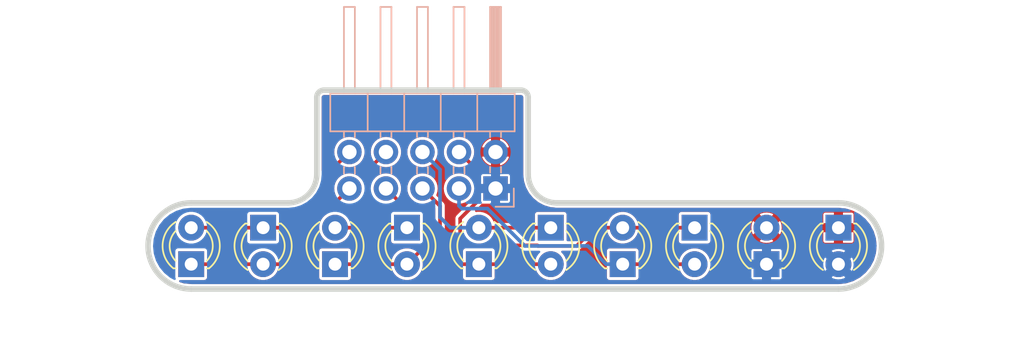
<source format=kicad_pcb>
(kicad_pcb (version 20171130) (host pcbnew "(5.1.4)-1")

  (general
    (thickness 1.6)
    (drawings 12)
    (tracks 54)
    (zones 0)
    (modules 11)
    (nets 11)
  )

  (page A4)
  (layers
    (0 F.Cu signal)
    (31 B.Cu signal)
    (32 B.Adhes user)
    (33 F.Adhes user)
    (34 B.Paste user)
    (35 F.Paste user)
    (36 B.SilkS user)
    (37 F.SilkS user)
    (38 B.Mask user)
    (39 F.Mask user)
    (40 Dwgs.User user)
    (41 Cmts.User user)
    (42 Eco1.User user)
    (43 Eco2.User user)
    (44 Edge.Cuts user)
    (45 Margin user)
    (46 B.CrtYd user)
    (47 F.CrtYd user)
    (48 B.Fab user)
    (49 F.Fab user)
  )

  (setup
    (last_trace_width 0.254)
    (user_trace_width 0.254)
    (trace_clearance 0.2032)
    (zone_clearance 0.1524)
    (zone_45_only no)
    (trace_min 0.2)
    (via_size 0.75)
    (via_drill 0.45)
    (via_min_size 0.75)
    (via_min_drill 0.45)
    (uvia_size 0.3)
    (uvia_drill 0.1)
    (uvias_allowed no)
    (uvia_min_size 0.2)
    (uvia_min_drill 0.1)
    (edge_width 0.05)
    (segment_width 0.2)
    (pcb_text_width 0.3)
    (pcb_text_size 1.5 1.5)
    (mod_edge_width 0.12)
    (mod_text_size 1 1)
    (mod_text_width 0.15)
    (pad_size 1.524 1.524)
    (pad_drill 0.762)
    (pad_to_mask_clearance 0.051)
    (solder_mask_min_width 0.25)
    (aux_axis_origin 0 0)
    (grid_origin 100 100)
    (visible_elements 7FFFFFFF)
    (pcbplotparams
      (layerselection 0x010fc_ffffffff)
      (usegerberextensions false)
      (usegerberattributes false)
      (usegerberadvancedattributes false)
      (creategerberjobfile false)
      (excludeedgelayer true)
      (linewidth 0.100000)
      (plotframeref false)
      (viasonmask false)
      (mode 1)
      (useauxorigin false)
      (hpglpennumber 1)
      (hpglpenspeed 20)
      (hpglpendiameter 15.000000)
      (psnegative false)
      (psa4output false)
      (plotreference true)
      (plotvalue true)
      (plotinvisibletext false)
      (padsonsilk false)
      (subtractmaskfromsilk false)
      (outputformat 1)
      (mirror false)
      (drillshape 1)
      (scaleselection 1)
      (outputdirectory ""))
  )

  (net 0 "")
  (net 1 /LED9)
  (net 2 /LED8)
  (net 3 /LED7)
  (net 4 /LED6)
  (net 5 /LED5)
  (net 6 /LED4)
  (net 7 /LED3)
  (net 8 /LED2)
  (net 9 /LED1)
  (net 10 /LED0)

  (net_class Default "This is the default net class."
    (clearance 0.2032)
    (trace_width 0.3048)
    (via_dia 0.75)
    (via_drill 0.45)
    (uvia_dia 0.3)
    (uvia_drill 0.1)
    (add_net /LED0)
    (add_net /LED1)
    (add_net /LED2)
    (add_net /LED3)
    (add_net /LED4)
    (add_net /LED5)
    (add_net /LED6)
    (add_net /LED7)
    (add_net /LED8)
    (add_net /LED9)
  )

  (module LED_THT:LED_D3.0mm (layer F.Cu) (tedit 587A3A7B) (tstamp 5F3D9BE1)
    (at 100 101.27 90)
    (descr "LED, diameter 3.0mm, 2 pins")
    (tags "LED diameter 3.0mm 2 pins")
    (path /5F3DF31A)
    (fp_text reference D10 (at 1.27 -2.96 90) (layer F.SilkS) hide
      (effects (font (size 1 1) (thickness 0.15)))
    )
    (fp_text value RED (at 1.27 2.96 90) (layer F.Fab) hide
      (effects (font (size 1 1) (thickness 0.15)))
    )
    (fp_line (start 3.7 -2.25) (end -1.15 -2.25) (layer F.CrtYd) (width 0.05))
    (fp_line (start 3.7 2.25) (end 3.7 -2.25) (layer F.CrtYd) (width 0.05))
    (fp_line (start -1.15 2.25) (end 3.7 2.25) (layer F.CrtYd) (width 0.05))
    (fp_line (start -1.15 -2.25) (end -1.15 2.25) (layer F.CrtYd) (width 0.05))
    (fp_line (start -0.29 1.08) (end -0.29 1.236) (layer F.SilkS) (width 0.12))
    (fp_line (start -0.29 -1.236) (end -0.29 -1.08) (layer F.SilkS) (width 0.12))
    (fp_line (start -0.23 -1.16619) (end -0.23 1.16619) (layer F.Fab) (width 0.1))
    (fp_circle (center 1.27 0) (end 2.77 0) (layer F.Fab) (width 0.1))
    (fp_arc (start 1.27 0) (end 0.229039 1.08) (angle -87.9) (layer F.SilkS) (width 0.12))
    (fp_arc (start 1.27 0) (end 0.229039 -1.08) (angle 87.9) (layer F.SilkS) (width 0.12))
    (fp_arc (start 1.27 0) (end -0.29 1.235516) (angle -108.8) (layer F.SilkS) (width 0.12))
    (fp_arc (start 1.27 0) (end -0.29 -1.235516) (angle 108.8) (layer F.SilkS) (width 0.12))
    (fp_arc (start 1.27 0) (end -0.23 -1.16619) (angle 284.3) (layer F.Fab) (width 0.1))
    (pad 2 thru_hole circle (at 2.54 0 90) (size 1.8 1.8) (drill 0.9) (layers *.Cu *.Mask)
      (net 10 /LED0))
    (pad 1 thru_hole rect (at 0 0 90) (size 1.8 1.8) (drill 0.9) (layers *.Cu *.Mask)
      (net 9 /LED1))
    (model ${KISYS3DMOD}/LED_THT.3dshapes/LED_D3.0mm.wrl
      (at (xyz 0 0 0))
      (scale (xyz 1 1 1))
      (rotate (xyz 0 0 0))
    )
  )

  (module LED_THT:LED_D3.0mm_Clear (layer F.Cu) (tedit 5A6C9BC0) (tstamp 5F3D9C14)
    (at 105 98.73 270)
    (descr "IR-LED, diameter 3.0mm, 2 pins, color: clear")
    (tags "IR infrared LED diameter 3.0mm 2 pins clear")
    (path /5F3DF314)
    (fp_text reference D9 (at 1.27 -2.96 90) (layer F.SilkS) hide
      (effects (font (size 1 1) (thickness 0.15)))
    )
    (fp_text value YELLOW (at 1.27 2.96 90) (layer F.Fab) hide
      (effects (font (size 1 1) (thickness 0.15)))
    )
    (fp_arc (start 1.27 0) (end 0.229039 1.08) (angle -87.9) (layer F.SilkS) (width 0.12))
    (fp_arc (start 1.27 0) (end 0.229039 -1.08) (angle 87.9) (layer F.SilkS) (width 0.12))
    (fp_arc (start 1.27 0) (end -0.29 1.235516) (angle -108.8) (layer F.SilkS) (width 0.12))
    (fp_arc (start 1.27 0) (end -0.29 -1.235516) (angle 108.8) (layer F.SilkS) (width 0.12))
    (fp_arc (start 1.27 0) (end -0.23 -1.16619) (angle 284.3) (layer F.Fab) (width 0.1))
    (fp_circle (center 1.27 0) (end 2.77 0) (layer F.Fab) (width 0.1))
    (fp_line (start 3.7 -2.25) (end -1.15 -2.25) (layer F.CrtYd) (width 0.05))
    (fp_line (start 3.7 2.25) (end 3.7 -2.25) (layer F.CrtYd) (width 0.05))
    (fp_line (start -1.15 2.25) (end 3.7 2.25) (layer F.CrtYd) (width 0.05))
    (fp_line (start -1.15 -2.25) (end -1.15 2.25) (layer F.CrtYd) (width 0.05))
    (fp_line (start -0.29 1.08) (end -0.29 1.236) (layer F.SilkS) (width 0.12))
    (fp_line (start -0.29 -1.236) (end -0.29 -1.08) (layer F.SilkS) (width 0.12))
    (fp_line (start -0.23 -1.16619) (end -0.23 1.16619) (layer F.Fab) (width 0.1))
    (fp_text user %R (at 1.47 0 90) (layer F.Fab) hide
      (effects (font (size 0.8 0.8) (thickness 0.12)))
    )
    (pad 2 thru_hole circle (at 2.54 0 270) (size 1.8 1.8) (drill 0.9) (layers *.Cu *.Mask)
      (net 9 /LED1))
    (pad 1 thru_hole rect (at 0 0 270) (size 1.8 1.8) (drill 0.9) (layers *.Cu *.Mask)
      (net 10 /LED0))
    (model ${KISYS3DMOD}/LED_THT.3dshapes/LED_D3.0mm_Clear.wrl
      (at (xyz 0 0 0))
      (scale (xyz 1 1 1))
      (rotate (xyz 0 0 0))
    )
  )

  (module LED_THT:LED_D3.0mm_Clear (layer F.Cu) (tedit 5A6C9BC0) (tstamp 5F3D9886)
    (at 110 101.27 90)
    (descr "IR-LED, diameter 3.0mm, 2 pins, color: clear")
    (tags "IR infrared LED diameter 3.0mm 2 pins clear")
    (path /5F3EA5C5)
    (fp_text reference D8 (at 1.27 -2.96 90) (layer F.SilkS) hide
      (effects (font (size 1 1) (thickness 0.15)))
    )
    (fp_text value WHITE (at 1.27 2.96 90) (layer F.Fab) hide
      (effects (font (size 1 1) (thickness 0.15)))
    )
    (fp_arc (start 1.27 0) (end 0.229039 1.08) (angle -87.9) (layer F.SilkS) (width 0.12))
    (fp_arc (start 1.27 0) (end 0.229039 -1.08) (angle 87.9) (layer F.SilkS) (width 0.12))
    (fp_arc (start 1.27 0) (end -0.29 1.235516) (angle -108.8) (layer F.SilkS) (width 0.12))
    (fp_arc (start 1.27 0) (end -0.29 -1.235516) (angle 108.8) (layer F.SilkS) (width 0.12))
    (fp_arc (start 1.27 0) (end -0.23 -1.16619) (angle 284.3) (layer F.Fab) (width 0.1))
    (fp_circle (center 1.27 0) (end 2.77 0) (layer F.Fab) (width 0.1))
    (fp_line (start 3.7 -2.25) (end -1.15 -2.25) (layer F.CrtYd) (width 0.05))
    (fp_line (start 3.7 2.25) (end 3.7 -2.25) (layer F.CrtYd) (width 0.05))
    (fp_line (start -1.15 2.25) (end 3.7 2.25) (layer F.CrtYd) (width 0.05))
    (fp_line (start -1.15 -2.25) (end -1.15 2.25) (layer F.CrtYd) (width 0.05))
    (fp_line (start -0.29 1.08) (end -0.29 1.236) (layer F.SilkS) (width 0.12))
    (fp_line (start -0.29 -1.236) (end -0.29 -1.08) (layer F.SilkS) (width 0.12))
    (fp_line (start -0.23 -1.16619) (end -0.23 1.16619) (layer F.Fab) (width 0.1))
    (fp_text user %R (at 1.47 0 90) (layer F.Fab) hide
      (effects (font (size 0.8 0.8) (thickness 0.12)))
    )
    (pad 2 thru_hole circle (at 2.54 0 90) (size 1.8 1.8) (drill 0.9) (layers *.Cu *.Mask)
      (net 8 /LED2))
    (pad 1 thru_hole rect (at 0 0 90) (size 1.8 1.8) (drill 0.9) (layers *.Cu *.Mask)
      (net 7 /LED3))
    (model ${KISYS3DMOD}/LED_THT.3dshapes/LED_D3.0mm_Clear.wrl
      (at (xyz 0 0 0))
      (scale (xyz 1 1 1))
      (rotate (xyz 0 0 0))
    )
  )

  (module LED_THT:LED_D3.0mm_Clear (layer F.Cu) (tedit 5A6C9BC0) (tstamp 5F3D9EEF)
    (at 115 98.73 270)
    (descr "IR-LED, diameter 3.0mm, 2 pins, color: clear")
    (tags "IR infrared LED diameter 3.0mm 2 pins clear")
    (path /5F3E870E)
    (fp_text reference D7 (at 1.27 -2.96 90) (layer F.SilkS) hide
      (effects (font (size 1 1) (thickness 0.15)))
    )
    (fp_text value WHITE (at 1.27 2.96 90) (layer F.Fab) hide
      (effects (font (size 1 1) (thickness 0.15)))
    )
    (fp_arc (start 1.27 0) (end 0.229039 1.08) (angle -87.9) (layer F.SilkS) (width 0.12))
    (fp_arc (start 1.27 0) (end 0.229039 -1.08) (angle 87.9) (layer F.SilkS) (width 0.12))
    (fp_arc (start 1.27 0) (end -0.29 1.235516) (angle -108.8) (layer F.SilkS) (width 0.12))
    (fp_arc (start 1.27 0) (end -0.29 -1.235516) (angle 108.8) (layer F.SilkS) (width 0.12))
    (fp_arc (start 1.27 0) (end -0.23 -1.16619) (angle 284.3) (layer F.Fab) (width 0.1))
    (fp_circle (center 1.27 0) (end 2.77 0) (layer F.Fab) (width 0.1))
    (fp_line (start 3.7 -2.25) (end -1.15 -2.25) (layer F.CrtYd) (width 0.05))
    (fp_line (start 3.7 2.25) (end 3.7 -2.25) (layer F.CrtYd) (width 0.05))
    (fp_line (start -1.15 2.25) (end 3.7 2.25) (layer F.CrtYd) (width 0.05))
    (fp_line (start -1.15 -2.25) (end -1.15 2.25) (layer F.CrtYd) (width 0.05))
    (fp_line (start -0.29 1.08) (end -0.29 1.236) (layer F.SilkS) (width 0.12))
    (fp_line (start -0.29 -1.236) (end -0.29 -1.08) (layer F.SilkS) (width 0.12))
    (fp_line (start -0.23 -1.16619) (end -0.23 1.16619) (layer F.Fab) (width 0.1))
    (fp_text user %R (at 1.47 0 90) (layer F.Fab) hide
      (effects (font (size 0.8 0.8) (thickness 0.12)))
    )
    (pad 2 thru_hole circle (at 2.54 0 270) (size 1.8 1.8) (drill 0.9) (layers *.Cu *.Mask)
      (net 7 /LED3))
    (pad 1 thru_hole rect (at 0 0 270) (size 1.8 1.8) (drill 0.9) (layers *.Cu *.Mask)
      (net 8 /LED2))
    (model ${KISYS3DMOD}/LED_THT.3dshapes/LED_D3.0mm_Clear.wrl
      (at (xyz 0 0 0))
      (scale (xyz 1 1 1))
      (rotate (xyz 0 0 0))
    )
  )

  (module LED_THT:LED_D3.0mm_Clear (layer F.Cu) (tedit 5A6C9BC0) (tstamp 5F3D9C47)
    (at 120 101.27 90)
    (descr "IR-LED, diameter 3.0mm, 2 pins, color: clear")
    (tags "IR infrared LED diameter 3.0mm 2 pins clear")
    (path /5F3E9CCB)
    (fp_text reference D6 (at 1.27 -2.96 90) (layer F.SilkS) hide
      (effects (font (size 1 1) (thickness 0.15)))
    )
    (fp_text value WHITE (at 1.27 2.96 90) (layer F.Fab) hide
      (effects (font (size 1 1) (thickness 0.15)))
    )
    (fp_arc (start 1.27 0) (end 0.229039 1.08) (angle -87.9) (layer F.SilkS) (width 0.12))
    (fp_arc (start 1.27 0) (end 0.229039 -1.08) (angle 87.9) (layer F.SilkS) (width 0.12))
    (fp_arc (start 1.27 0) (end -0.29 1.235516) (angle -108.8) (layer F.SilkS) (width 0.12))
    (fp_arc (start 1.27 0) (end -0.29 -1.235516) (angle 108.8) (layer F.SilkS) (width 0.12))
    (fp_arc (start 1.27 0) (end -0.23 -1.16619) (angle 284.3) (layer F.Fab) (width 0.1))
    (fp_circle (center 1.27 0) (end 2.77 0) (layer F.Fab) (width 0.1))
    (fp_line (start 3.7 -2.25) (end -1.15 -2.25) (layer F.CrtYd) (width 0.05))
    (fp_line (start 3.7 2.25) (end 3.7 -2.25) (layer F.CrtYd) (width 0.05))
    (fp_line (start -1.15 2.25) (end 3.7 2.25) (layer F.CrtYd) (width 0.05))
    (fp_line (start -1.15 -2.25) (end -1.15 2.25) (layer F.CrtYd) (width 0.05))
    (fp_line (start -0.29 1.08) (end -0.29 1.236) (layer F.SilkS) (width 0.12))
    (fp_line (start -0.29 -1.236) (end -0.29 -1.08) (layer F.SilkS) (width 0.12))
    (fp_line (start -0.23 -1.16619) (end -0.23 1.16619) (layer F.Fab) (width 0.1))
    (fp_text user %R (at 1.47 0 90) (layer F.Fab) hide
      (effects (font (size 0.8 0.8) (thickness 0.12)))
    )
    (pad 2 thru_hole circle (at 2.54 0 90) (size 1.8 1.8) (drill 0.9) (layers *.Cu *.Mask)
      (net 6 /LED4))
    (pad 1 thru_hole rect (at 0 0 90) (size 1.8 1.8) (drill 0.9) (layers *.Cu *.Mask)
      (net 5 /LED5))
    (model ${KISYS3DMOD}/LED_THT.3dshapes/LED_D3.0mm_Clear.wrl
      (at (xyz 0 0 0))
      (scale (xyz 1 1 1))
      (rotate (xyz 0 0 0))
    )
  )

  (module LED_THT:LED_D3.0mm_Clear (layer F.Cu) (tedit 5A6C9BC0) (tstamp 5F3D9850)
    (at 125 98.73 270)
    (descr "IR-LED, diameter 3.0mm, 2 pins, color: clear")
    (tags "IR infrared LED diameter 3.0mm 2 pins clear")
    (path /5F3E83D8)
    (fp_text reference D5 (at 1.27 -2.96 90) (layer F.SilkS) hide
      (effects (font (size 1 1) (thickness 0.15)))
    )
    (fp_text value WHITE (at 1.27 2.96 90) (layer F.Fab) hide
      (effects (font (size 1 1) (thickness 0.15)))
    )
    (fp_arc (start 1.27 0) (end 0.229039 1.08) (angle -87.9) (layer F.SilkS) (width 0.12))
    (fp_arc (start 1.27 0) (end 0.229039 -1.08) (angle 87.9) (layer F.SilkS) (width 0.12))
    (fp_arc (start 1.27 0) (end -0.29 1.235516) (angle -108.8) (layer F.SilkS) (width 0.12))
    (fp_arc (start 1.27 0) (end -0.29 -1.235516) (angle 108.8) (layer F.SilkS) (width 0.12))
    (fp_arc (start 1.27 0) (end -0.23 -1.16619) (angle 284.3) (layer F.Fab) (width 0.1))
    (fp_circle (center 1.27 0) (end 2.77 0) (layer F.Fab) (width 0.1))
    (fp_line (start 3.7 -2.25) (end -1.15 -2.25) (layer F.CrtYd) (width 0.05))
    (fp_line (start 3.7 2.25) (end 3.7 -2.25) (layer F.CrtYd) (width 0.05))
    (fp_line (start -1.15 2.25) (end 3.7 2.25) (layer F.CrtYd) (width 0.05))
    (fp_line (start -1.15 -2.25) (end -1.15 2.25) (layer F.CrtYd) (width 0.05))
    (fp_line (start -0.29 1.08) (end -0.29 1.236) (layer F.SilkS) (width 0.12))
    (fp_line (start -0.29 -1.236) (end -0.29 -1.08) (layer F.SilkS) (width 0.12))
    (fp_line (start -0.23 -1.16619) (end -0.23 1.16619) (layer F.Fab) (width 0.1))
    (fp_text user %R (at 1.47 0 90) (layer F.Fab) hide
      (effects (font (size 0.8 0.8) (thickness 0.12)))
    )
    (pad 2 thru_hole circle (at 2.54 0 270) (size 1.8 1.8) (drill 0.9) (layers *.Cu *.Mask)
      (net 5 /LED5))
    (pad 1 thru_hole rect (at 0 0 270) (size 1.8 1.8) (drill 0.9) (layers *.Cu *.Mask)
      (net 6 /LED4))
    (model ${KISYS3DMOD}/LED_THT.3dshapes/LED_D3.0mm_Clear.wrl
      (at (xyz 0 0 0))
      (scale (xyz 1 1 1))
      (rotate (xyz 0 0 0))
    )
  )

  (module LED_THT:LED_D3.0mm_Clear (layer F.Cu) (tedit 5A6C9BC0) (tstamp 5F3DABFD)
    (at 130 101.27 90)
    (descr "IR-LED, diameter 3.0mm, 2 pins, color: clear")
    (tags "IR infrared LED diameter 3.0mm 2 pins clear")
    (path /5F3E9792)
    (fp_text reference D4 (at 1.27 -2.96 90) (layer F.SilkS) hide
      (effects (font (size 1 1) (thickness 0.15)))
    )
    (fp_text value WHITE (at 1.27 2.96 90) (layer F.Fab) hide
      (effects (font (size 1 1) (thickness 0.15)))
    )
    (fp_arc (start 1.27 0) (end 0.229039 1.08) (angle -87.9) (layer F.SilkS) (width 0.12))
    (fp_arc (start 1.27 0) (end 0.229039 -1.08) (angle 87.9) (layer F.SilkS) (width 0.12))
    (fp_arc (start 1.27 0) (end -0.29 1.235516) (angle -108.8) (layer F.SilkS) (width 0.12))
    (fp_arc (start 1.27 0) (end -0.29 -1.235516) (angle 108.8) (layer F.SilkS) (width 0.12))
    (fp_arc (start 1.27 0) (end -0.23 -1.16619) (angle 284.3) (layer F.Fab) (width 0.1))
    (fp_circle (center 1.27 0) (end 2.77 0) (layer F.Fab) (width 0.1))
    (fp_line (start 3.7 -2.25) (end -1.15 -2.25) (layer F.CrtYd) (width 0.05))
    (fp_line (start 3.7 2.25) (end 3.7 -2.25) (layer F.CrtYd) (width 0.05))
    (fp_line (start -1.15 2.25) (end 3.7 2.25) (layer F.CrtYd) (width 0.05))
    (fp_line (start -1.15 -2.25) (end -1.15 2.25) (layer F.CrtYd) (width 0.05))
    (fp_line (start -0.29 1.08) (end -0.29 1.236) (layer F.SilkS) (width 0.12))
    (fp_line (start -0.29 -1.236) (end -0.29 -1.08) (layer F.SilkS) (width 0.12))
    (fp_line (start -0.23 -1.16619) (end -0.23 1.16619) (layer F.Fab) (width 0.1))
    (fp_text user %R (at 1.47 0 90) (layer F.Fab) hide
      (effects (font (size 0.8 0.8) (thickness 0.12)))
    )
    (pad 2 thru_hole circle (at 2.54 0 90) (size 1.8 1.8) (drill 0.9) (layers *.Cu *.Mask)
      (net 4 /LED6))
    (pad 1 thru_hole rect (at 0 0 90) (size 1.8 1.8) (drill 0.9) (layers *.Cu *.Mask)
      (net 3 /LED7))
    (model ${KISYS3DMOD}/LED_THT.3dshapes/LED_D3.0mm_Clear.wrl
      (at (xyz 0 0 0))
      (scale (xyz 1 1 1))
      (rotate (xyz 0 0 0))
    )
  )

  (module LED_THT:LED_D3.0mm_Clear (layer F.Cu) (tedit 5A6C9BC0) (tstamp 5F3D9C7A)
    (at 135 98.73 270)
    (descr "IR-LED, diameter 3.0mm, 2 pins, color: clear")
    (tags "IR infrared LED diameter 3.0mm 2 pins clear")
    (path /5F3E7C46)
    (fp_text reference D3 (at 1.27 -2.96 90) (layer F.SilkS) hide
      (effects (font (size 1 1) (thickness 0.15)))
    )
    (fp_text value WHITE (at 1.27 2.96 90) (layer F.Fab) hide
      (effects (font (size 1 1) (thickness 0.15)))
    )
    (fp_arc (start 1.27 0) (end 0.229039 1.08) (angle -87.9) (layer F.SilkS) (width 0.12))
    (fp_arc (start 1.27 0) (end 0.229039 -1.08) (angle 87.9) (layer F.SilkS) (width 0.12))
    (fp_arc (start 1.27 0) (end -0.29 1.235516) (angle -108.8) (layer F.SilkS) (width 0.12))
    (fp_arc (start 1.27 0) (end -0.29 -1.235516) (angle 108.8) (layer F.SilkS) (width 0.12))
    (fp_arc (start 1.27 0) (end -0.23 -1.16619) (angle 284.3) (layer F.Fab) (width 0.1))
    (fp_circle (center 1.27 0) (end 2.77 0) (layer F.Fab) (width 0.1))
    (fp_line (start 3.7 -2.25) (end -1.15 -2.25) (layer F.CrtYd) (width 0.05))
    (fp_line (start 3.7 2.25) (end 3.7 -2.25) (layer F.CrtYd) (width 0.05))
    (fp_line (start -1.15 2.25) (end 3.7 2.25) (layer F.CrtYd) (width 0.05))
    (fp_line (start -1.15 -2.25) (end -1.15 2.25) (layer F.CrtYd) (width 0.05))
    (fp_line (start -0.29 1.08) (end -0.29 1.236) (layer F.SilkS) (width 0.12))
    (fp_line (start -0.29 -1.236) (end -0.29 -1.08) (layer F.SilkS) (width 0.12))
    (fp_line (start -0.23 -1.16619) (end -0.23 1.16619) (layer F.Fab) (width 0.1))
    (fp_text user %R (at 1.47 0 90) (layer F.Fab) hide
      (effects (font (size 0.8 0.8) (thickness 0.12)))
    )
    (pad 2 thru_hole circle (at 2.54 0 270) (size 1.8 1.8) (drill 0.9) (layers *.Cu *.Mask)
      (net 3 /LED7))
    (pad 1 thru_hole rect (at 0 0 270) (size 1.8 1.8) (drill 0.9) (layers *.Cu *.Mask)
      (net 4 /LED6))
    (model ${KISYS3DMOD}/LED_THT.3dshapes/LED_D3.0mm_Clear.wrl
      (at (xyz 0 0 0))
      (scale (xyz 1 1 1))
      (rotate (xyz 0 0 0))
    )
  )

  (module LED_THT:LED_D3.0mm_Clear (layer F.Cu) (tedit 5A6C9BC0) (tstamp 5F3D981A)
    (at 140 101.27 90)
    (descr "IR-LED, diameter 3.0mm, 2 pins, color: clear")
    (tags "IR infrared LED diameter 3.0mm 2 pins clear")
    (path /5F3E8A6A)
    (fp_text reference D2 (at 1.27 -2.96 90) (layer F.SilkS) hide
      (effects (font (size 1 1) (thickness 0.15)))
    )
    (fp_text value WHITE (at 1.27 2.96 90) (layer F.Fab) hide
      (effects (font (size 1 1) (thickness 0.15)))
    )
    (fp_arc (start 1.27 0) (end 0.229039 1.08) (angle -87.9) (layer F.SilkS) (width 0.12))
    (fp_arc (start 1.27 0) (end 0.229039 -1.08) (angle 87.9) (layer F.SilkS) (width 0.12))
    (fp_arc (start 1.27 0) (end -0.29 1.235516) (angle -108.8) (layer F.SilkS) (width 0.12))
    (fp_arc (start 1.27 0) (end -0.29 -1.235516) (angle 108.8) (layer F.SilkS) (width 0.12))
    (fp_arc (start 1.27 0) (end -0.23 -1.16619) (angle 284.3) (layer F.Fab) (width 0.1))
    (fp_circle (center 1.27 0) (end 2.77 0) (layer F.Fab) (width 0.1))
    (fp_line (start 3.7 -2.25) (end -1.15 -2.25) (layer F.CrtYd) (width 0.05))
    (fp_line (start 3.7 2.25) (end 3.7 -2.25) (layer F.CrtYd) (width 0.05))
    (fp_line (start -1.15 2.25) (end 3.7 2.25) (layer F.CrtYd) (width 0.05))
    (fp_line (start -1.15 -2.25) (end -1.15 2.25) (layer F.CrtYd) (width 0.05))
    (fp_line (start -0.29 1.08) (end -0.29 1.236) (layer F.SilkS) (width 0.12))
    (fp_line (start -0.29 -1.236) (end -0.29 -1.08) (layer F.SilkS) (width 0.12))
    (fp_line (start -0.23 -1.16619) (end -0.23 1.16619) (layer F.Fab) (width 0.1))
    (fp_text user %R (at 1.47 0 90) (layer F.Fab) hide
      (effects (font (size 0.8 0.8) (thickness 0.12)))
    )
    (pad 2 thru_hole circle (at 2.54 0 90) (size 1.8 1.8) (drill 0.9) (layers *.Cu *.Mask)
      (net 2 /LED8))
    (pad 1 thru_hole rect (at 0 0 90) (size 1.8 1.8) (drill 0.9) (layers *.Cu *.Mask)
      (net 1 /LED9))
    (model ${KISYS3DMOD}/LED_THT.3dshapes/LED_D3.0mm_Clear.wrl
      (at (xyz 0 0 0))
      (scale (xyz 1 1 1))
      (rotate (xyz 0 0 0))
    )
  )

  (module LED_THT:LED_D3.0mm_Clear (layer F.Cu) (tedit 5A6C9BC0) (tstamp 5F3D9808)
    (at 145 98.73 270)
    (descr "IR-LED, diameter 3.0mm, 2 pins, color: clear")
    (tags "IR infrared LED diameter 3.0mm 2 pins clear")
    (path /5F3D5966)
    (fp_text reference D1 (at 1.27 -2.96 90) (layer F.SilkS) hide
      (effects (font (size 1 1) (thickness 0.15)))
    )
    (fp_text value WHITE (at 1.27 2.96 90) (layer F.Fab) hide
      (effects (font (size 1 1) (thickness 0.15)))
    )
    (fp_arc (start 1.27 0) (end 0.229039 1.08) (angle -87.9) (layer F.SilkS) (width 0.12))
    (fp_arc (start 1.27 0) (end 0.229039 -1.08) (angle 87.9) (layer F.SilkS) (width 0.12))
    (fp_arc (start 1.27 0) (end -0.29 1.235516) (angle -108.8) (layer F.SilkS) (width 0.12))
    (fp_arc (start 1.27 0) (end -0.29 -1.235516) (angle 108.8) (layer F.SilkS) (width 0.12))
    (fp_arc (start 1.27 0) (end -0.23 -1.16619) (angle 284.3) (layer F.Fab) (width 0.1))
    (fp_circle (center 1.27 0) (end 2.77 0) (layer F.Fab) (width 0.1))
    (fp_line (start 3.7 -2.25) (end -1.15 -2.25) (layer F.CrtYd) (width 0.05))
    (fp_line (start 3.7 2.25) (end 3.7 -2.25) (layer F.CrtYd) (width 0.05))
    (fp_line (start -1.15 2.25) (end 3.7 2.25) (layer F.CrtYd) (width 0.05))
    (fp_line (start -1.15 -2.25) (end -1.15 2.25) (layer F.CrtYd) (width 0.05))
    (fp_line (start -0.29 1.08) (end -0.29 1.236) (layer F.SilkS) (width 0.12))
    (fp_line (start -0.29 -1.236) (end -0.29 -1.08) (layer F.SilkS) (width 0.12))
    (fp_line (start -0.23 -1.16619) (end -0.23 1.16619) (layer F.Fab) (width 0.1))
    (fp_text user %R (at 1.47 0 90) (layer F.Fab) hide
      (effects (font (size 0.8 0.8) (thickness 0.12)))
    )
    (pad 2 thru_hole circle (at 2.54 0 270) (size 1.8 1.8) (drill 0.9) (layers *.Cu *.Mask)
      (net 1 /LED9))
    (pad 1 thru_hole rect (at 0 0 270) (size 1.8 1.8) (drill 0.9) (layers *.Cu *.Mask)
      (net 2 /LED8))
    (model ${KISYS3DMOD}/LED_THT.3dshapes/LED_D3.0mm_Clear.wrl
      (at (xyz 0 0 0))
      (scale (xyz 1 1 1))
      (rotate (xyz 0 0 0))
    )
  )

  (module Connector_PinHeader_2.54mm:PinHeader_2x05_P2.54mm_Horizontal (layer B.Cu) (tedit 59FED5CB) (tstamp 5F3DB9DB)
    (at 121.16 96 90)
    (descr "Through hole angled pin header, 2x05, 2.54mm pitch, 6mm pin length, double rows")
    (tags "Through hole angled pin header THT 2x05 2.54mm double row")
    (path /5F3D423E)
    (fp_text reference J1 (at 5.655 2.27 90) (layer B.SilkS) hide
      (effects (font (size 1 1) (thickness 0.15)) (justify mirror))
    )
    (fp_text value Conn_02x05_Odd_Even (at 5.655 -12.43 90) (layer B.Fab) hide
      (effects (font (size 1 1) (thickness 0.15)) (justify mirror))
    )
    (fp_text user %R (at 5.31 -5.08 180) (layer B.Fab) hide
      (effects (font (size 1 1) (thickness 0.15)) (justify mirror))
    )
    (fp_line (start 13.1 1.8) (end -1.8 1.8) (layer B.CrtYd) (width 0.05))
    (fp_line (start 13.1 -11.95) (end 13.1 1.8) (layer B.CrtYd) (width 0.05))
    (fp_line (start -1.8 -11.95) (end 13.1 -11.95) (layer B.CrtYd) (width 0.05))
    (fp_line (start -1.8 1.8) (end -1.8 -11.95) (layer B.CrtYd) (width 0.05))
    (fp_line (start -1.27 1.27) (end 0 1.27) (layer B.SilkS) (width 0.12))
    (fp_line (start -1.27 0) (end -1.27 1.27) (layer B.SilkS) (width 0.12))
    (fp_line (start 1.042929 -10.54) (end 1.497071 -10.54) (layer B.SilkS) (width 0.12))
    (fp_line (start 1.042929 -9.78) (end 1.497071 -9.78) (layer B.SilkS) (width 0.12))
    (fp_line (start 3.582929 -10.54) (end 3.98 -10.54) (layer B.SilkS) (width 0.12))
    (fp_line (start 3.582929 -9.78) (end 3.98 -9.78) (layer B.SilkS) (width 0.12))
    (fp_line (start 12.64 -10.54) (end 6.64 -10.54) (layer B.SilkS) (width 0.12))
    (fp_line (start 12.64 -9.78) (end 12.64 -10.54) (layer B.SilkS) (width 0.12))
    (fp_line (start 6.64 -9.78) (end 12.64 -9.78) (layer B.SilkS) (width 0.12))
    (fp_line (start 3.98 -8.89) (end 6.64 -8.89) (layer B.SilkS) (width 0.12))
    (fp_line (start 1.042929 -8) (end 1.497071 -8) (layer B.SilkS) (width 0.12))
    (fp_line (start 1.042929 -7.24) (end 1.497071 -7.24) (layer B.SilkS) (width 0.12))
    (fp_line (start 3.582929 -8) (end 3.98 -8) (layer B.SilkS) (width 0.12))
    (fp_line (start 3.582929 -7.24) (end 3.98 -7.24) (layer B.SilkS) (width 0.12))
    (fp_line (start 12.64 -8) (end 6.64 -8) (layer B.SilkS) (width 0.12))
    (fp_line (start 12.64 -7.24) (end 12.64 -8) (layer B.SilkS) (width 0.12))
    (fp_line (start 6.64 -7.24) (end 12.64 -7.24) (layer B.SilkS) (width 0.12))
    (fp_line (start 3.98 -6.35) (end 6.64 -6.35) (layer B.SilkS) (width 0.12))
    (fp_line (start 1.042929 -5.46) (end 1.497071 -5.46) (layer B.SilkS) (width 0.12))
    (fp_line (start 1.042929 -4.7) (end 1.497071 -4.7) (layer B.SilkS) (width 0.12))
    (fp_line (start 3.582929 -5.46) (end 3.98 -5.46) (layer B.SilkS) (width 0.12))
    (fp_line (start 3.582929 -4.7) (end 3.98 -4.7) (layer B.SilkS) (width 0.12))
    (fp_line (start 12.64 -5.46) (end 6.64 -5.46) (layer B.SilkS) (width 0.12))
    (fp_line (start 12.64 -4.7) (end 12.64 -5.46) (layer B.SilkS) (width 0.12))
    (fp_line (start 6.64 -4.7) (end 12.64 -4.7) (layer B.SilkS) (width 0.12))
    (fp_line (start 3.98 -3.81) (end 6.64 -3.81) (layer B.SilkS) (width 0.12))
    (fp_line (start 1.042929 -2.92) (end 1.497071 -2.92) (layer B.SilkS) (width 0.12))
    (fp_line (start 1.042929 -2.16) (end 1.497071 -2.16) (layer B.SilkS) (width 0.12))
    (fp_line (start 3.582929 -2.92) (end 3.98 -2.92) (layer B.SilkS) (width 0.12))
    (fp_line (start 3.582929 -2.16) (end 3.98 -2.16) (layer B.SilkS) (width 0.12))
    (fp_line (start 12.64 -2.92) (end 6.64 -2.92) (layer B.SilkS) (width 0.12))
    (fp_line (start 12.64 -2.16) (end 12.64 -2.92) (layer B.SilkS) (width 0.12))
    (fp_line (start 6.64 -2.16) (end 12.64 -2.16) (layer B.SilkS) (width 0.12))
    (fp_line (start 3.98 -1.27) (end 6.64 -1.27) (layer B.SilkS) (width 0.12))
    (fp_line (start 1.11 -0.38) (end 1.497071 -0.38) (layer B.SilkS) (width 0.12))
    (fp_line (start 1.11 0.38) (end 1.497071 0.38) (layer B.SilkS) (width 0.12))
    (fp_line (start 3.582929 -0.38) (end 3.98 -0.38) (layer B.SilkS) (width 0.12))
    (fp_line (start 3.582929 0.38) (end 3.98 0.38) (layer B.SilkS) (width 0.12))
    (fp_line (start 6.64 -0.28) (end 12.64 -0.28) (layer B.SilkS) (width 0.12))
    (fp_line (start 6.64 -0.16) (end 12.64 -0.16) (layer B.SilkS) (width 0.12))
    (fp_line (start 6.64 -0.04) (end 12.64 -0.04) (layer B.SilkS) (width 0.12))
    (fp_line (start 6.64 0.08) (end 12.64 0.08) (layer B.SilkS) (width 0.12))
    (fp_line (start 6.64 0.2) (end 12.64 0.2) (layer B.SilkS) (width 0.12))
    (fp_line (start 6.64 0.32) (end 12.64 0.32) (layer B.SilkS) (width 0.12))
    (fp_line (start 12.64 -0.38) (end 6.64 -0.38) (layer B.SilkS) (width 0.12))
    (fp_line (start 12.64 0.38) (end 12.64 -0.38) (layer B.SilkS) (width 0.12))
    (fp_line (start 6.64 0.38) (end 12.64 0.38) (layer B.SilkS) (width 0.12))
    (fp_line (start 6.64 1.33) (end 3.98 1.33) (layer B.SilkS) (width 0.12))
    (fp_line (start 6.64 -11.49) (end 6.64 1.33) (layer B.SilkS) (width 0.12))
    (fp_line (start 3.98 -11.49) (end 6.64 -11.49) (layer B.SilkS) (width 0.12))
    (fp_line (start 3.98 1.33) (end 3.98 -11.49) (layer B.SilkS) (width 0.12))
    (fp_line (start 6.58 -10.48) (end 12.58 -10.48) (layer B.Fab) (width 0.1))
    (fp_line (start 12.58 -9.84) (end 12.58 -10.48) (layer B.Fab) (width 0.1))
    (fp_line (start 6.58 -9.84) (end 12.58 -9.84) (layer B.Fab) (width 0.1))
    (fp_line (start -0.32 -10.48) (end 4.04 -10.48) (layer B.Fab) (width 0.1))
    (fp_line (start -0.32 -9.84) (end -0.32 -10.48) (layer B.Fab) (width 0.1))
    (fp_line (start -0.32 -9.84) (end 4.04 -9.84) (layer B.Fab) (width 0.1))
    (fp_line (start 6.58 -7.94) (end 12.58 -7.94) (layer B.Fab) (width 0.1))
    (fp_line (start 12.58 -7.3) (end 12.58 -7.94) (layer B.Fab) (width 0.1))
    (fp_line (start 6.58 -7.3) (end 12.58 -7.3) (layer B.Fab) (width 0.1))
    (fp_line (start -0.32 -7.94) (end 4.04 -7.94) (layer B.Fab) (width 0.1))
    (fp_line (start -0.32 -7.3) (end -0.32 -7.94) (layer B.Fab) (width 0.1))
    (fp_line (start -0.32 -7.3) (end 4.04 -7.3) (layer B.Fab) (width 0.1))
    (fp_line (start 6.58 -5.4) (end 12.58 -5.4) (layer B.Fab) (width 0.1))
    (fp_line (start 12.58 -4.76) (end 12.58 -5.4) (layer B.Fab) (width 0.1))
    (fp_line (start 6.58 -4.76) (end 12.58 -4.76) (layer B.Fab) (width 0.1))
    (fp_line (start -0.32 -5.4) (end 4.04 -5.4) (layer B.Fab) (width 0.1))
    (fp_line (start -0.32 -4.76) (end -0.32 -5.4) (layer B.Fab) (width 0.1))
    (fp_line (start -0.32 -4.76) (end 4.04 -4.76) (layer B.Fab) (width 0.1))
    (fp_line (start 6.58 -2.86) (end 12.58 -2.86) (layer B.Fab) (width 0.1))
    (fp_line (start 12.58 -2.22) (end 12.58 -2.86) (layer B.Fab) (width 0.1))
    (fp_line (start 6.58 -2.22) (end 12.58 -2.22) (layer B.Fab) (width 0.1))
    (fp_line (start -0.32 -2.86) (end 4.04 -2.86) (layer B.Fab) (width 0.1))
    (fp_line (start -0.32 -2.22) (end -0.32 -2.86) (layer B.Fab) (width 0.1))
    (fp_line (start -0.32 -2.22) (end 4.04 -2.22) (layer B.Fab) (width 0.1))
    (fp_line (start 6.58 -0.32) (end 12.58 -0.32) (layer B.Fab) (width 0.1))
    (fp_line (start 12.58 0.32) (end 12.58 -0.32) (layer B.Fab) (width 0.1))
    (fp_line (start 6.58 0.32) (end 12.58 0.32) (layer B.Fab) (width 0.1))
    (fp_line (start -0.32 -0.32) (end 4.04 -0.32) (layer B.Fab) (width 0.1))
    (fp_line (start -0.32 0.32) (end -0.32 -0.32) (layer B.Fab) (width 0.1))
    (fp_line (start -0.32 0.32) (end 4.04 0.32) (layer B.Fab) (width 0.1))
    (fp_line (start 4.04 0.635) (end 4.675 1.27) (layer B.Fab) (width 0.1))
    (fp_line (start 4.04 -11.43) (end 4.04 0.635) (layer B.Fab) (width 0.1))
    (fp_line (start 6.58 -11.43) (end 4.04 -11.43) (layer B.Fab) (width 0.1))
    (fp_line (start 6.58 1.27) (end 6.58 -11.43) (layer B.Fab) (width 0.1))
    (fp_line (start 4.675 1.27) (end 6.58 1.27) (layer B.Fab) (width 0.1))
    (pad 10 thru_hole oval (at 2.54 -10.16 90) (size 1.7 1.7) (drill 1) (layers *.Cu *.Mask)
      (net 10 /LED0))
    (pad 9 thru_hole oval (at 0 -10.16 90) (size 1.7 1.7) (drill 1) (layers *.Cu *.Mask)
      (net 9 /LED1))
    (pad 8 thru_hole oval (at 2.54 -7.62 90) (size 1.7 1.7) (drill 1) (layers *.Cu *.Mask)
      (net 8 /LED2))
    (pad 7 thru_hole oval (at 0 -7.62 90) (size 1.7 1.7) (drill 1) (layers *.Cu *.Mask)
      (net 7 /LED3))
    (pad 6 thru_hole oval (at 2.54 -5.08 90) (size 1.7 1.7) (drill 1) (layers *.Cu *.Mask)
      (net 6 /LED4))
    (pad 5 thru_hole oval (at 0 -5.08 90) (size 1.7 1.7) (drill 1) (layers *.Cu *.Mask)
      (net 5 /LED5))
    (pad 4 thru_hole oval (at 2.54 -2.54 90) (size 1.7 1.7) (drill 1) (layers *.Cu *.Mask)
      (net 4 /LED6))
    (pad 3 thru_hole oval (at 0 -2.54 90) (size 1.7 1.7) (drill 1) (layers *.Cu *.Mask)
      (net 3 /LED7))
    (pad 2 thru_hole oval (at 2.54 0 90) (size 1.7 1.7) (drill 1) (layers *.Cu *.Mask)
      (net 2 /LED8))
    (pad 1 thru_hole rect (at 0 0 90) (size 1.7 1.7) (drill 1) (layers *.Cu *.Mask)
      (net 1 /LED9))
    (model ${KISYS3DMOD}/Connector_PinHeader_2.54mm.3dshapes/PinHeader_2x05_P2.54mm_Horizontal.wrl
      (at (xyz 0 0 0))
      (scale (xyz 1 1 1))
      (rotate (xyz 0 0 0))
    )
  )

  (gr_line (start 144.999998 97.000001) (end 125.429998 97.000001) (layer Edge.Cuts) (width 0.381))
  (gr_arc (start 106.729999 95.000001) (end 106.729999 97.000001) (angle -90) (layer Edge.Cuts) (width 0.381))
  (gr_arc (start 122.929999 89.650001) (end 123.429998 89.65) (angle -90) (layer Edge.Cuts) (width 0.381))
  (gr_arc (start 144.999998 100) (end 144.999999 103) (angle -180) (layer Edge.Cuts) (width 0.381))
  (gr_line (start 123.429998 95.000001) (end 123.429998 89.65) (layer Edge.Cuts) (width 0.381))
  (gr_line (start 106.729999 97.000001) (end 99.999999 97.000001) (layer Edge.Cuts) (width 0.381))
  (gr_arc (start 125.429998 95.000001) (end 123.429998 95.000001) (angle -90) (layer Edge.Cuts) (width 0.381))
  (gr_line (start 100 103) (end 144.999999 103) (layer Edge.Cuts) (width 0.381))
  (gr_line (start 108.729999 89.65) (end 108.729999 95.000001) (layer Edge.Cuts) (width 0.381))
  (gr_arc (start 100 100) (end 99.999999 97.000001) (angle -180) (layer Edge.Cuts) (width 0.381))
  (gr_arc (start 109.229999 89.650001) (end 109.229999 89.150001) (angle -90) (layer Edge.Cuts) (width 0.381))
  (gr_line (start 122.929998 89.150001) (end 109.229999 89.150001) (layer Edge.Cuts) (width 0.381))

  (segment (start 131.154 101.27) (end 135 101.27) (width 0.254) (layer F.Cu) (net 3))
  (segment (start 130 101.27) (end 131.154 101.27) (width 0.254) (layer F.Cu) (net 3))
  (segment (start 118.62 97.202081) (end 118.62 96) (width 0.254) (layer B.Cu) (net 3))
  (segment (start 130 101.27) (end 128.846 101.27) (width 0.254) (layer B.Cu) (net 3))
  (segment (start 128.846 101.27) (end 127.576 100) (width 0.254) (layer B.Cu) (net 3))
  (segment (start 127.576 100) (end 123.2 100) (width 0.254) (layer B.Cu) (net 3))
  (segment (start 123.2 100) (end 120.6 97.4) (width 0.254) (layer B.Cu) (net 3))
  (segment (start 120.6 97.4) (end 118.817919 97.4) (width 0.254) (layer B.Cu) (net 3))
  (segment (start 118.817919 97.4) (end 118.62 97.202081) (width 0.254) (layer B.Cu) (net 3))
  (segment (start 130 98.73) (end 135 98.73) (width 0.254) (layer F.Cu) (net 4))
  (segment (start 130 98.73) (end 128.07 98.73) (width 0.254) (layer F.Cu) (net 4))
  (segment (start 128.07 98.73) (end 126.8 100) (width 0.254) (layer F.Cu) (net 4))
  (segment (start 126.8 100) (end 124.1 100) (width 0.254) (layer F.Cu) (net 4))
  (segment (start 124.060201 99.960201) (end 119.360201 99.960201) (width 0.254) (layer F.Cu) (net 4))
  (segment (start 124.1 100) (end 124.060201 99.960201) (width 0.254) (layer F.Cu) (net 4))
  (segment (start 119.360201 99.960201) (end 118.7 99.3) (width 0.254) (layer F.Cu) (net 4))
  (segment (start 118.7 99.3) (end 118.7 98.1) (width 0.254) (layer F.Cu) (net 4))
  (segment (start 118.7 98.1) (end 119.9 96.9) (width 0.254) (layer F.Cu) (net 4))
  (segment (start 119.9 94.74) (end 118.62 93.46) (width 0.254) (layer F.Cu) (net 4))
  (segment (start 119.9 96.9) (end 119.9 94.74) (width 0.254) (layer F.Cu) (net 4))
  (segment (start 121.154 101.27) (end 125 101.27) (width 0.254) (layer F.Cu) (net 5))
  (segment (start 120 101.27) (end 121.154 101.27) (width 0.254) (layer F.Cu) (net 5))
  (segment (start 117.3 97.22) (end 116.08 96) (width 0.254) (layer F.Cu) (net 5))
  (segment (start 117.3 100.3) (end 117.3 97.22) (width 0.254) (layer F.Cu) (net 5))
  (segment (start 120 101.27) (end 118.27 101.27) (width 0.254) (layer F.Cu) (net 5))
  (segment (start 118.27 101.27) (end 117.3 100.3) (width 0.254) (layer F.Cu) (net 5))
  (segment (start 120 98.73) (end 125 98.73) (width 0.254) (layer F.Cu) (net 6))
  (segment (start 117.3 94.68) (end 116.08 93.46) (width 0.254) (layer B.Cu) (net 6))
  (segment (start 117.3 98) (end 117.3 94.68) (width 0.254) (layer B.Cu) (net 6))
  (segment (start 120 98.73) (end 118.03 98.73) (width 0.254) (layer B.Cu) (net 6))
  (segment (start 118.03 98.73) (end 117.3 98) (width 0.254) (layer B.Cu) (net 6))
  (segment (start 111.154 101.27) (end 115 101.27) (width 0.254) (layer F.Cu) (net 7))
  (segment (start 110 101.27) (end 111.154 101.27) (width 0.254) (layer F.Cu) (net 7))
  (segment (start 115 101.27) (end 116.3 99.97) (width 0.254) (layer F.Cu) (net 7))
  (segment (start 116.3 99.97) (end 116.3 97.7) (width 0.254) (layer F.Cu) (net 7))
  (segment (start 116.3 97.7) (end 115.9 97.3) (width 0.254) (layer F.Cu) (net 7))
  (segment (start 114.84 97.3) (end 113.54 96) (width 0.254) (layer F.Cu) (net 7))
  (segment (start 115.9 97.3) (end 114.84 97.3) (width 0.254) (layer F.Cu) (net 7))
  (segment (start 112.23 94.77) (end 113.54 93.46) (width 0.254) (layer F.Cu) (net 8))
  (segment (start 112.23 98.73) (end 112.23 94.77) (width 0.254) (layer F.Cu) (net 8))
  (segment (start 112.23 98.73) (end 115 98.73) (width 0.254) (layer F.Cu) (net 8))
  (segment (start 110 98.73) (end 112.23 98.73) (width 0.254) (layer F.Cu) (net 8))
  (segment (start 100 101.27) (end 105 101.27) (width 0.254) (layer F.Cu) (net 9))
  (segment (start 106.272792 101.27) (end 106.4 101.142792) (width 0.254) (layer F.Cu) (net 9))
  (segment (start 105 101.27) (end 106.272792 101.27) (width 0.254) (layer F.Cu) (net 9))
  (segment (start 106.4 101.142792) (end 106.4 100) (width 0.254) (layer F.Cu) (net 9))
  (segment (start 106.4 100) (end 109.1 97.3) (width 0.254) (layer F.Cu) (net 9))
  (segment (start 109.7 97.3) (end 111 96) (width 0.254) (layer F.Cu) (net 9))
  (segment (start 109.1 97.3) (end 109.7 97.3) (width 0.254) (layer F.Cu) (net 9))
  (segment (start 100 98.73) (end 105 98.73) (width 0.254) (layer F.Cu) (net 10))
  (segment (start 105 98.73) (end 106.87 98.73) (width 0.254) (layer F.Cu) (net 10))
  (segment (start 106.87 98.73) (end 109.4 96.2) (width 0.254) (layer F.Cu) (net 10))
  (segment (start 109.4 95.06) (end 111 93.46) (width 0.254) (layer F.Cu) (net 10))
  (segment (start 109.4 96.2) (end 109.4 95.06) (width 0.254) (layer F.Cu) (net 10))

  (zone (net 2) (net_name /LED8) (layer F.Cu) (tstamp 0) (hatch edge 0.508)
    (connect_pads (clearance 0.1524))
    (min_thickness 0.1524)
    (fill yes (arc_segments 32) (thermal_gap 0.1524) (thermal_bridge_width 0.635))
    (polygon
      (pts
        (xy 86.915865 87.427) (xy 157.915865 87.427) (xy 157.915865 105.427) (xy 86.915865 106.427)
      )
    )
    (filled_polygon
      (pts
        (xy 122.945321 89.572614) (xy 122.960062 89.577065) (xy 122.973653 89.584291) (xy 122.985587 89.594024) (xy 122.9954 89.605886)
        (xy 123.002724 89.619431) (xy 123.007277 89.634138) (xy 123.010899 89.668601) (xy 123.010898 95.02058) (xy 123.012759 95.039474)
        (xy 123.012672 95.051948) (xy 123.013243 95.057772) (xy 123.054044 95.445965) (xy 123.061672 95.483127) (xy 123.068799 95.520486)
        (xy 123.070491 95.526088) (xy 123.185915 95.898963) (xy 123.200619 95.933941) (xy 123.214864 95.969199) (xy 123.217611 95.974366)
        (xy 123.403262 96.317721) (xy 123.424499 96.349206) (xy 123.445303 96.380997) (xy 123.449001 96.385532) (xy 123.697808 96.686287)
        (xy 123.724752 96.713044) (xy 123.751337 96.740191) (xy 123.755846 96.743921) (xy 124.058331 96.990622) (xy 124.089936 97.01162)
        (xy 124.121311 97.033103) (xy 124.126459 97.035886) (xy 124.471101 97.219136) (xy 124.506193 97.2336) (xy 124.541134 97.248575)
        (xy 124.546724 97.250306) (xy 124.920396 97.363124) (xy 124.95768 97.370506) (xy 124.994812 97.378399) (xy 125.000632 97.379011)
        (xy 125.389101 97.417101) (xy 125.389112 97.417101) (xy 125.409418 97.419101) (xy 144.979508 97.419101) (xy 145.500909 97.470224)
        (xy 145.982735 97.615697) (xy 145.984983 97.616893) (xy 145.944813 97.604708) (xy 145.9 97.600294) (xy 145.29845 97.6014)
        (xy 145.2413 97.65855) (xy 145.2413 98.4887) (xy 146.07145 98.4887) (xy 146.1286 98.43155) (xy 146.129706 97.83)
        (xy 146.125292 97.785187) (xy 146.112221 97.742095) (xy 146.090994 97.702382) (xy 146.062427 97.667573) (xy 146.029542 97.640585)
        (xy 146.427137 97.85199) (xy 146.817169 98.170091) (xy 147.137994 98.557902) (xy 147.377381 99.000638) (xy 147.526216 99.481442)
        (xy 147.578826 99.981995) (xy 147.533209 100.483235) (xy 147.391103 100.966068) (xy 147.15792 101.412107) (xy 146.842545 101.804355)
        (xy 146.456987 102.127876) (xy 146.015931 102.37035) (xy 145.536181 102.522535) (xy 145.017001 102.580771) (xy 144.998511 102.5809)
        (xy 100.020509 102.5809) (xy 99.499092 102.529775) (xy 99.237352 102.450751) (xy 100.9 102.450751) (xy 100.954772 102.445356)
        (xy 101.007439 102.42938) (xy 101.055977 102.403436) (xy 101.098521 102.368521) (xy 101.133436 102.325977) (xy 101.15938 102.277439)
        (xy 101.175356 102.224772) (xy 101.180751 102.17) (xy 101.180751 101.6764) (xy 103.891762 101.6764) (xy 103.954829 101.828656)
        (xy 104.0839 102.021824) (xy 104.248176 102.1861) (xy 104.441344 102.315171) (xy 104.655982 102.404077) (xy 104.883839 102.4494)
        (xy 105.116161 102.4494) (xy 105.344018 102.404077) (xy 105.558656 102.315171) (xy 105.751824 102.1861) (xy 105.9161 102.021824)
        (xy 106.045171 101.828656) (xy 106.108238 101.6764) (xy 106.252839 101.6764) (xy 106.272792 101.678365) (xy 106.292745 101.6764)
        (xy 106.292752 101.6764) (xy 106.35246 101.670519) (xy 106.429067 101.647281) (xy 106.499668 101.609544) (xy 106.56155 101.558758)
        (xy 106.574275 101.543253) (xy 106.673251 101.444277) (xy 106.688758 101.43155) (xy 106.739544 101.369668) (xy 106.777281 101.299067)
        (xy 106.800519 101.22246) (xy 106.8064 101.162752) (xy 106.8064 101.162746) (xy 106.808365 101.142793) (xy 106.8064 101.12284)
        (xy 106.8064 100.168336) (xy 109.268337 97.7064) (xy 109.409061 97.7064) (xy 109.248176 97.8139) (xy 109.0839 97.978176)
        (xy 108.954829 98.171344) (xy 108.865923 98.385982) (xy 108.8206 98.613839) (xy 108.8206 98.846161) (xy 108.865923 99.074018)
        (xy 108.954829 99.288656) (xy 109.0839 99.481824) (xy 109.248176 99.6461) (xy 109.441344 99.775171) (xy 109.655982 99.864077)
        (xy 109.883839 99.9094) (xy 110.116161 99.9094) (xy 110.344018 99.864077) (xy 110.558656 99.775171) (xy 110.751824 99.6461)
        (xy 110.9161 99.481824) (xy 111.045171 99.288656) (xy 111.108238 99.1364) (xy 112.21004 99.1364) (xy 112.23 99.138366)
        (xy 112.24996 99.1364) (xy 113.819249 99.1364) (xy 113.819249 99.63) (xy 113.824644 99.684772) (xy 113.84062 99.737439)
        (xy 113.866564 99.785977) (xy 113.901479 99.828521) (xy 113.944023 99.863436) (xy 113.992561 99.88938) (xy 114.045228 99.905356)
        (xy 114.1 99.910751) (xy 115.784512 99.910751) (xy 115.496274 100.198989) (xy 115.344018 100.135923) (xy 115.116161 100.0906)
        (xy 114.883839 100.0906) (xy 114.655982 100.135923) (xy 114.441344 100.224829) (xy 114.248176 100.3539) (xy 114.0839 100.518176)
        (xy 113.954829 100.711344) (xy 113.891762 100.8636) (xy 111.180751 100.8636) (xy 111.180751 100.37) (xy 111.175356 100.315228)
        (xy 111.15938 100.262561) (xy 111.133436 100.214023) (xy 111.098521 100.171479) (xy 111.055977 100.136564) (xy 111.007439 100.11062)
        (xy 110.954772 100.094644) (xy 110.9 100.089249) (xy 109.1 100.089249) (xy 109.045228 100.094644) (xy 108.992561 100.11062)
        (xy 108.944023 100.136564) (xy 108.901479 100.171479) (xy 108.866564 100.214023) (xy 108.84062 100.262561) (xy 108.824644 100.315228)
        (xy 108.819249 100.37) (xy 108.819249 102.17) (xy 108.824644 102.224772) (xy 108.84062 102.277439) (xy 108.866564 102.325977)
        (xy 108.901479 102.368521) (xy 108.944023 102.403436) (xy 108.992561 102.42938) (xy 109.045228 102.445356) (xy 109.1 102.450751)
        (xy 110.9 102.450751) (xy 110.954772 102.445356) (xy 111.007439 102.42938) (xy 111.055977 102.403436) (xy 111.098521 102.368521)
        (xy 111.133436 102.325977) (xy 111.15938 102.277439) (xy 111.175356 102.224772) (xy 111.180751 102.17) (xy 111.180751 101.6764)
        (xy 113.891762 101.6764) (xy 113.954829 101.828656) (xy 114.0839 102.021824) (xy 114.248176 102.1861) (xy 114.441344 102.315171)
        (xy 114.655982 102.404077) (xy 114.883839 102.4494) (xy 115.116161 102.4494) (xy 115.344018 102.404077) (xy 115.558656 102.315171)
        (xy 115.751824 102.1861) (xy 115.9161 102.021824) (xy 116.045171 101.828656) (xy 116.134077 101.614018) (xy 116.1794 101.386161)
        (xy 116.1794 101.153839) (xy 116.134077 100.925982) (xy 116.071011 100.773726) (xy 116.573261 100.271476) (xy 116.588758 100.258758)
        (xy 116.601477 100.24326) (xy 116.601482 100.243255) (xy 116.620337 100.220279) (xy 116.639544 100.196876) (xy 116.677281 100.126275)
        (xy 116.68203 100.11062) (xy 116.700519 100.049669) (xy 116.703159 100.022862) (xy 116.7064 99.98996) (xy 116.7064 99.989953)
        (xy 116.708365 99.97) (xy 116.7064 99.950047) (xy 116.7064 97.719952) (xy 116.708365 97.699999) (xy 116.7064 97.680046)
        (xy 116.7064 97.68004) (xy 116.700749 97.622671) (xy 116.700519 97.620331) (xy 116.688273 97.579962) (xy 116.677281 97.543725)
        (xy 116.639544 97.473124) (xy 116.588758 97.411242) (xy 116.573254 97.398518) (xy 116.289014 97.114278) (xy 116.301401 97.113058)
        (xy 116.514294 97.048478) (xy 116.540001 97.034737) (xy 116.893601 97.388338) (xy 116.8936 100.280047) (xy 116.891635 100.3)
        (xy 116.8936 100.319953) (xy 116.8936 100.319959) (xy 116.899481 100.379667) (xy 116.922719 100.456274) (xy 116.960456 100.526875)
        (xy 117.011242 100.588758) (xy 117.026746 100.601482) (xy 117.968518 101.543254) (xy 117.981242 101.558758) (xy 118.043124 101.609544)
        (xy 118.113725 101.647281) (xy 118.172502 101.66511) (xy 118.190331 101.670519) (xy 118.198335 101.671307) (xy 118.25004 101.6764)
        (xy 118.250046 101.6764) (xy 118.269999 101.678365) (xy 118.289952 101.6764) (xy 118.819249 101.6764) (xy 118.819249 102.17)
        (xy 118.824644 102.224772) (xy 118.84062 102.277439) (xy 118.866564 102.325977) (xy 118.901479 102.368521) (xy 118.944023 102.403436)
        (xy 118.992561 102.42938) (xy 119.045228 102.445356) (xy 119.1 102.450751) (xy 120.9 102.450751) (xy 120.954772 102.445356)
        (xy 121.007439 102.42938) (xy 121.055977 102.403436) (xy 121.098521 102.368521) (xy 121.133436 102.325977) (xy 121.15938 102.277439)
        (xy 121.175356 102.224772) (xy 121.180751 102.17) (xy 121.180751 101.6764) (xy 123.891762 101.6764) (xy 123.954829 101.828656)
        (xy 124.0839 102.021824) (xy 124.248176 102.1861) (xy 124.441344 102.315171) (xy 124.655982 102.404077) (xy 124.883839 102.4494)
        (xy 125.116161 102.4494) (xy 125.344018 102.404077) (xy 125.558656 102.315171) (xy 125.751824 102.1861) (xy 125.9161 102.021824)
        (xy 126.045171 101.828656) (xy 126.134077 101.614018) (xy 126.1794 101.386161) (xy 126.1794 101.153839) (xy 126.134077 100.925982)
        (xy 126.045171 100.711344) (xy 125.9161 100.518176) (xy 125.804324 100.4064) (xy 126.780047 100.4064) (xy 126.8 100.408365)
        (xy 126.819953 100.4064) (xy 126.81996 100.4064) (xy 126.879668 100.400519) (xy 126.956275 100.377281) (xy 126.969896 100.37)
        (xy 128.819249 100.37) (xy 128.819249 102.17) (xy 128.824644 102.224772) (xy 128.84062 102.277439) (xy 128.866564 102.325977)
        (xy 128.901479 102.368521) (xy 128.944023 102.403436) (xy 128.992561 102.42938) (xy 129.045228 102.445356) (xy 129.1 102.450751)
        (xy 130.9 102.450751) (xy 130.954772 102.445356) (xy 131.007439 102.42938) (xy 131.055977 102.403436) (xy 131.098521 102.368521)
        (xy 131.133436 102.325977) (xy 131.15938 102.277439) (xy 131.175356 102.224772) (xy 131.180751 102.17) (xy 131.180751 101.6764)
        (xy 133.891762 101.6764) (xy 133.954829 101.828656) (xy 134.0839 102.021824) (xy 134.248176 102.1861) (xy 134.441344 102.315171)
        (xy 134.655982 102.404077) (xy 134.883839 102.4494) (xy 135.116161 102.4494) (xy 135.344018 102.404077) (xy 135.558656 102.315171)
        (xy 135.751824 102.1861) (xy 135.9161 102.021824) (xy 136.045171 101.828656) (xy 136.134077 101.614018) (xy 136.1794 101.386161)
        (xy 136.1794 101.153839) (xy 136.134077 100.925982) (xy 136.045171 100.711344) (xy 135.9161 100.518176) (xy 135.767924 100.37)
        (xy 138.819249 100.37) (xy 138.819249 102.17) (xy 138.824644 102.224772) (xy 138.84062 102.277439) (xy 138.866564 102.325977)
        (xy 138.901479 102.368521) (xy 138.944023 102.403436) (xy 138.992561 102.42938) (xy 139.045228 102.445356) (xy 139.1 102.450751)
        (xy 140.9 102.450751) (xy 140.954772 102.445356) (xy 141.007439 102.42938) (xy 141.055977 102.403436) (xy 141.098521 102.368521)
        (xy 141.133436 102.325977) (xy 141.15938 102.277439) (xy 141.175356 102.224772) (xy 141.180751 102.17) (xy 141.180751 101.153839)
        (xy 143.8206 101.153839) (xy 143.8206 101.386161) (xy 143.865923 101.614018) (xy 143.954829 101.828656) (xy 144.0839 102.021824)
        (xy 144.248176 102.1861) (xy 144.441344 102.315171) (xy 144.655982 102.404077) (xy 144.883839 102.4494) (xy 145.116161 102.4494)
        (xy 145.344018 102.404077) (xy 145.558656 102.315171) (xy 145.751824 102.1861) (xy 145.9161 102.021824) (xy 146.045171 101.828656)
        (xy 146.134077 101.614018) (xy 146.1794 101.386161) (xy 146.1794 101.153839) (xy 146.134077 100.925982) (xy 146.045171 100.711344)
        (xy 145.9161 100.518176) (xy 145.751824 100.3539) (xy 145.558656 100.224829) (xy 145.344018 100.135923) (xy 145.116161 100.0906)
        (xy 144.883839 100.0906) (xy 144.655982 100.135923) (xy 144.441344 100.224829) (xy 144.248176 100.3539) (xy 144.0839 100.518176)
        (xy 143.954829 100.711344) (xy 143.865923 100.925982) (xy 143.8206 101.153839) (xy 141.180751 101.153839) (xy 141.180751 100.37)
        (xy 141.175356 100.315228) (xy 141.15938 100.262561) (xy 141.133436 100.214023) (xy 141.098521 100.171479) (xy 141.055977 100.136564)
        (xy 141.007439 100.11062) (xy 140.954772 100.094644) (xy 140.9 100.089249) (xy 139.1 100.089249) (xy 139.045228 100.094644)
        (xy 138.992561 100.11062) (xy 138.944023 100.136564) (xy 138.901479 100.171479) (xy 138.866564 100.214023) (xy 138.84062 100.262561)
        (xy 138.824644 100.315228) (xy 138.819249 100.37) (xy 135.767924 100.37) (xy 135.751824 100.3539) (xy 135.558656 100.224829)
        (xy 135.344018 100.135923) (xy 135.116161 100.0906) (xy 134.883839 100.0906) (xy 134.655982 100.135923) (xy 134.441344 100.224829)
        (xy 134.248176 100.3539) (xy 134.0839 100.518176) (xy 133.954829 100.711344) (xy 133.891762 100.8636) (xy 131.180751 100.8636)
        (xy 131.180751 100.37) (xy 131.175356 100.315228) (xy 131.15938 100.262561) (xy 131.133436 100.214023) (xy 131.098521 100.171479)
        (xy 131.055977 100.136564) (xy 131.007439 100.11062) (xy 130.954772 100.094644) (xy 130.9 100.089249) (xy 129.1 100.089249)
        (xy 129.045228 100.094644) (xy 128.992561 100.11062) (xy 128.944023 100.136564) (xy 128.901479 100.171479) (xy 128.866564 100.214023)
        (xy 128.84062 100.262561) (xy 128.824644 100.315228) (xy 128.819249 100.37) (xy 126.969896 100.37) (xy 127.026876 100.339544)
        (xy 127.088758 100.288758) (xy 127.101482 100.273254) (xy 128.238336 99.1364) (xy 128.891762 99.1364) (xy 128.954829 99.288656)
        (xy 129.0839 99.481824) (xy 129.248176 99.6461) (xy 129.441344 99.775171) (xy 129.655982 99.864077) (xy 129.883839 99.9094)
        (xy 130.116161 99.9094) (xy 130.344018 99.864077) (xy 130.558656 99.775171) (xy 130.751824 99.6461) (xy 130.9161 99.481824)
        (xy 131.045171 99.288656) (xy 131.108238 99.1364) (xy 133.819249 99.1364) (xy 133.819249 99.63) (xy 133.824644 99.684772)
        (xy 133.84062 99.737439) (xy 133.866564 99.785977) (xy 133.901479 99.828521) (xy 133.944023 99.863436) (xy 133.992561 99.88938)
        (xy 134.045228 99.905356) (xy 134.1 99.910751) (xy 135.9 99.910751) (xy 135.954772 99.905356) (xy 136.007439 99.88938)
        (xy 136.055977 99.863436) (xy 136.098521 99.828521) (xy 136.133436 99.785977) (xy 136.15938 99.737439) (xy 136.175356 99.684772)
        (xy 136.179494 99.642754) (xy 139.428496 99.642754) (xy 139.543896 99.768298) (xy 139.755222 99.837329) (xy 139.975953 99.863805)
        (xy 140.197609 99.846711) (xy 140.411672 99.786702) (xy 140.456104 99.768298) (xy 140.571504 99.642754) (xy 140.55875 99.63)
        (xy 143.870294 99.63) (xy 143.874708 99.674813) (xy 143.887779 99.717905) (xy 143.909006 99.757618) (xy 143.937573 99.792427)
        (xy 143.972382 99.820994) (xy 144.012095 99.842221) (xy 144.055187 99.855292) (xy 144.1 99.859706) (xy 144.70155 99.8586)
        (xy 144.7587 99.80145) (xy 144.7587 98.9713) (xy 145.2413 98.9713) (xy 145.2413 99.80145) (xy 145.29845 99.8586)
        (xy 145.9 99.859706) (xy 145.944813 99.855292) (xy 145.987905 99.842221) (xy 146.027618 99.820994) (xy 146.062427 99.792427)
        (xy 146.090994 99.757618) (xy 146.112221 99.717905) (xy 146.125292 99.674813) (xy 146.129706 99.63) (xy 146.1286 99.02845)
        (xy 146.07145 98.9713) (xy 145.2413 98.9713) (xy 144.7587 98.9713) (xy 143.92855 98.9713) (xy 143.8714 99.02845)
        (xy 143.870294 99.63) (xy 140.55875 99.63) (xy 140 99.07125) (xy 139.428496 99.642754) (xy 136.179494 99.642754)
        (xy 136.180751 99.63) (xy 136.180751 98.705953) (xy 138.866195 98.705953) (xy 138.883289 98.927609) (xy 138.943298 99.141672)
        (xy 138.961702 99.186104) (xy 139.087246 99.301504) (xy 139.65875 98.73) (xy 140.34125 98.73) (xy 140.912754 99.301504)
        (xy 141.038298 99.186104) (xy 141.107329 98.974778) (xy 141.133805 98.754047) (xy 141.116711 98.532391) (xy 141.056702 98.318328)
        (xy 141.038298 98.273896) (xy 140.912754 98.158496) (xy 140.34125 98.73) (xy 139.65875 98.73) (xy 139.087246 98.158496)
        (xy 138.961702 98.273896) (xy 138.892671 98.485222) (xy 138.866195 98.705953) (xy 136.180751 98.705953) (xy 136.180751 97.83)
        (xy 136.179495 97.817246) (xy 139.428496 97.817246) (xy 140 98.38875) (xy 140.55875 97.83) (xy 143.870294 97.83)
        (xy 143.8714 98.43155) (xy 143.92855 98.4887) (xy 144.7587 98.4887) (xy 144.7587 97.65855) (xy 144.70155 97.6014)
        (xy 144.1 97.600294) (xy 144.055187 97.604708) (xy 144.012095 97.617779) (xy 143.972382 97.639006) (xy 143.937573 97.667573)
        (xy 143.909006 97.702382) (xy 143.887779 97.742095) (xy 143.874708 97.785187) (xy 143.870294 97.83) (xy 140.55875 97.83)
        (xy 140.571504 97.817246) (xy 140.456104 97.691702) (xy 140.244778 97.622671) (xy 140.024047 97.596195) (xy 139.802391 97.613289)
        (xy 139.588328 97.673298) (xy 139.543896 97.691702) (xy 139.428496 97.817246) (xy 136.179495 97.817246) (xy 136.175356 97.775228)
        (xy 136.15938 97.722561) (xy 136.133436 97.674023) (xy 136.098521 97.631479) (xy 136.055977 97.596564) (xy 136.007439 97.57062)
        (xy 135.954772 97.554644) (xy 135.9 97.549249) (xy 134.1 97.549249) (xy 134.045228 97.554644) (xy 133.992561 97.57062)
        (xy 133.944023 97.596564) (xy 133.901479 97.631479) (xy 133.866564 97.674023) (xy 133.84062 97.722561) (xy 133.824644 97.775228)
        (xy 133.819249 97.83) (xy 133.819249 98.3236) (xy 131.108238 98.3236) (xy 131.045171 98.171344) (xy 130.9161 97.978176)
        (xy 130.751824 97.8139) (xy 130.558656 97.684829) (xy 130.344018 97.595923) (xy 130.116161 97.5506) (xy 129.883839 97.5506)
        (xy 129.655982 97.595923) (xy 129.441344 97.684829) (xy 129.248176 97.8139) (xy 129.0839 97.978176) (xy 128.954829 98.171344)
        (xy 128.891762 98.3236) (xy 128.089952 98.3236) (xy 128.069999 98.321635) (xy 128.050046 98.3236) (xy 128.05004 98.3236)
        (xy 127.998335 98.328693) (xy 127.990331 98.329481) (xy 127.972502 98.33489) (xy 127.913725 98.352719) (xy 127.843124 98.390456)
        (xy 127.781242 98.441242) (xy 127.768518 98.456746) (xy 126.631664 99.5936) (xy 126.180751 99.5936) (xy 126.180751 97.83)
        (xy 126.175356 97.775228) (xy 126.15938 97.722561) (xy 126.133436 97.674023) (xy 126.098521 97.631479) (xy 126.055977 97.596564)
        (xy 126.007439 97.57062) (xy 125.954772 97.554644) (xy 125.9 97.549249) (xy 124.1 97.549249) (xy 124.045228 97.554644)
        (xy 123.992561 97.57062) (xy 123.944023 97.596564) (xy 123.901479 97.631479) (xy 123.866564 97.674023) (xy 123.84062 97.722561)
        (xy 123.824644 97.775228) (xy 123.819249 97.83) (xy 123.819249 98.3236) (xy 121.108238 98.3236) (xy 121.045171 98.171344)
        (xy 120.9161 97.978176) (xy 120.751824 97.8139) (xy 120.558656 97.684829) (xy 120.344018 97.595923) (xy 120.116161 97.5506)
        (xy 119.883839 97.5506) (xy 119.809312 97.565424) (xy 120.173255 97.201481) (xy 120.188758 97.188758) (xy 120.239544 97.126876)
        (xy 120.242431 97.121474) (xy 120.255228 97.125356) (xy 120.31 97.130751) (xy 122.01 97.130751) (xy 122.064772 97.125356)
        (xy 122.117439 97.10938) (xy 122.165977 97.083436) (xy 122.208521 97.048521) (xy 122.243436 97.005977) (xy 122.26938 96.957439)
        (xy 122.285356 96.904772) (xy 122.290751 96.85) (xy 122.290751 95.15) (xy 122.285356 95.095228) (xy 122.26938 95.042561)
        (xy 122.243436 94.994023) (xy 122.208521 94.951479) (xy 122.165977 94.916564) (xy 122.117439 94.89062) (xy 122.064772 94.874644)
        (xy 122.01 94.869249) (xy 120.31 94.869249) (xy 120.3064 94.869604) (xy 120.3064 94.759952) (xy 120.308365 94.739999)
        (xy 120.3064 94.720046) (xy 120.3064 94.72004) (xy 120.300519 94.660332) (xy 120.277281 94.583725) (xy 120.239544 94.513124)
        (xy 120.188758 94.451242) (xy 120.173254 94.438518) (xy 119.654737 93.920001) (xy 119.668478 93.894294) (xy 119.678036 93.862785)
        (xy 120.159416 93.862785) (xy 120.257221 94.05025) (xy 120.38972 94.215032) (xy 120.55182 94.350798) (xy 120.737292 94.452332)
        (xy 120.757217 94.460572) (xy 120.9187 94.452539) (xy 120.9187 93.7013) (xy 121.4013 93.7013) (xy 121.4013 94.452539)
        (xy 121.562783 94.460572) (xy 121.582708 94.452332) (xy 121.76818 94.350798) (xy 121.93028 94.215032) (xy 122.062779 94.05025)
        (xy 122.160584 93.862785) (xy 122.154125 93.7013) (xy 121.4013 93.7013) (xy 120.9187 93.7013) (xy 120.165875 93.7013)
        (xy 120.159416 93.862785) (xy 119.678036 93.862785) (xy 119.733058 93.681401) (xy 119.754864 93.46) (xy 119.733058 93.238599)
        (xy 119.678037 93.057215) (xy 120.159416 93.057215) (xy 120.165875 93.2187) (xy 120.9187 93.2187) (xy 120.9187 92.467461)
        (xy 121.4013 92.467461) (xy 121.4013 93.2187) (xy 122.154125 93.2187) (xy 122.160584 93.057215) (xy 122.062779 92.86975)
        (xy 121.93028 92.704968) (xy 121.76818 92.569202) (xy 121.582708 92.467668) (xy 121.562783 92.459428) (xy 121.4013 92.467461)
        (xy 120.9187 92.467461) (xy 120.757217 92.459428) (xy 120.737292 92.467668) (xy 120.55182 92.569202) (xy 120.38972 92.704968)
        (xy 120.257221 92.86975) (xy 120.159416 93.057215) (xy 119.678037 93.057215) (xy 119.668478 93.025706) (xy 119.563605 92.829503)
        (xy 119.42247 92.65753) (xy 119.250497 92.516395) (xy 119.054294 92.411522) (xy 118.841401 92.346942) (xy 118.675477 92.3306)
        (xy 118.564523 92.3306) (xy 118.398599 92.346942) (xy 118.185706 92.411522) (xy 117.989503 92.516395) (xy 117.81753 92.65753)
        (xy 117.676395 92.829503) (xy 117.571522 93.025706) (xy 117.506942 93.238599) (xy 117.485136 93.46) (xy 117.506942 93.681401)
        (xy 117.571522 93.894294) (xy 117.676395 94.090497) (xy 117.81753 94.26247) (xy 117.989503 94.403605) (xy 118.185706 94.508478)
        (xy 118.398599 94.573058) (xy 118.564523 94.5894) (xy 118.675477 94.5894) (xy 118.841401 94.573058) (xy 119.054294 94.508478)
        (xy 119.080001 94.494737) (xy 119.493601 94.908337) (xy 119.493601 95.284203) (xy 119.42247 95.19753) (xy 119.250497 95.056395)
        (xy 119.054294 94.951522) (xy 118.841401 94.886942) (xy 118.675477 94.8706) (xy 118.564523 94.8706) (xy 118.398599 94.886942)
        (xy 118.185706 94.951522) (xy 117.989503 95.056395) (xy 117.81753 95.19753) (xy 117.676395 95.369503) (xy 117.571522 95.565706)
        (xy 117.506942 95.778599) (xy 117.485136 96) (xy 117.506942 96.221401) (xy 117.571522 96.434294) (xy 117.676395 96.630497)
        (xy 117.81753 96.80247) (xy 117.989503 96.943605) (xy 118.185706 97.048478) (xy 118.398599 97.113058) (xy 118.564523 97.1294)
        (xy 118.675477 97.1294) (xy 118.841401 97.113058) (xy 119.054294 97.048478) (xy 119.250497 96.943605) (xy 119.42247 96.80247)
        (xy 119.4936 96.715798) (xy 119.4936 96.731664) (xy 118.426741 97.798523) (xy 118.411243 97.811242) (xy 118.398524 97.82674)
        (xy 118.398518 97.826746) (xy 118.382955 97.84571) (xy 118.360457 97.873124) (xy 118.343248 97.90532) (xy 118.322719 97.943726)
        (xy 118.299481 98.020332) (xy 118.291635 98.1) (xy 118.293601 98.119962) (xy 118.2936 99.280047) (xy 118.291635 99.3)
        (xy 118.2936 99.319953) (xy 118.2936 99.319959) (xy 118.299481 99.379667) (xy 118.322719 99.456274) (xy 118.360456 99.526875)
        (xy 118.411242 99.588758) (xy 118.426746 99.601482) (xy 118.955626 100.130362) (xy 118.944023 100.136564) (xy 118.901479 100.171479)
        (xy 118.866564 100.214023) (xy 118.84062 100.262561) (xy 118.824644 100.315228) (xy 118.819249 100.37) (xy 118.819249 100.8636)
        (xy 118.438336 100.8636) (xy 117.7064 100.131664) (xy 117.7064 97.239953) (xy 117.708365 97.22) (xy 117.7064 97.200047)
        (xy 117.7064 97.20004) (xy 117.700519 97.140332) (xy 117.677281 97.063725) (xy 117.639544 96.993124) (xy 117.616348 96.96486)
        (xy 117.601482 96.946745) (xy 117.601477 96.94674) (xy 117.588758 96.931242) (xy 117.573259 96.918523) (xy 117.114737 96.460001)
        (xy 117.128478 96.434294) (xy 117.193058 96.221401) (xy 117.214864 96) (xy 117.193058 95.778599) (xy 117.128478 95.565706)
        (xy 117.023605 95.369503) (xy 116.88247 95.19753) (xy 116.710497 95.056395) (xy 116.514294 94.951522) (xy 116.301401 94.886942)
        (xy 116.135477 94.8706) (xy 116.024523 94.8706) (xy 115.858599 94.886942) (xy 115.645706 94.951522) (xy 115.449503 95.056395)
        (xy 115.27753 95.19753) (xy 115.136395 95.369503) (xy 115.031522 95.565706) (xy 114.966942 95.778599) (xy 114.945136 96)
        (xy 114.966942 96.221401) (xy 115.031522 96.434294) (xy 115.136395 96.630497) (xy 115.27753 96.80247) (xy 115.388572 96.8936)
        (xy 115.008337 96.8936) (xy 114.574737 96.460001) (xy 114.588478 96.434294) (xy 114.653058 96.221401) (xy 114.674864 96)
        (xy 114.653058 95.778599) (xy 114.588478 95.565706) (xy 114.483605 95.369503) (xy 114.34247 95.19753) (xy 114.170497 95.056395)
        (xy 113.974294 94.951522) (xy 113.761401 94.886942) (xy 113.595477 94.8706) (xy 113.484523 94.8706) (xy 113.318599 94.886942)
        (xy 113.105706 94.951522) (xy 112.909503 95.056395) (xy 112.73753 95.19753) (xy 112.6364 95.320757) (xy 112.6364 94.938336)
        (xy 113.079999 94.494737) (xy 113.105706 94.508478) (xy 113.318599 94.573058) (xy 113.484523 94.5894) (xy 113.595477 94.5894)
        (xy 113.761401 94.573058) (xy 113.974294 94.508478) (xy 114.170497 94.403605) (xy 114.34247 94.26247) (xy 114.483605 94.090497)
        (xy 114.588478 93.894294) (xy 114.653058 93.681401) (xy 114.674864 93.46) (xy 114.945136 93.46) (xy 114.966942 93.681401)
        (xy 115.031522 93.894294) (xy 115.136395 94.090497) (xy 115.27753 94.26247) (xy 115.449503 94.403605) (xy 115.645706 94.508478)
        (xy 115.858599 94.573058) (xy 116.024523 94.5894) (xy 116.135477 94.5894) (xy 116.301401 94.573058) (xy 116.514294 94.508478)
        (xy 116.710497 94.403605) (xy 116.88247 94.26247) (xy 117.023605 94.090497) (xy 117.128478 93.894294) (xy 117.193058 93.681401)
        (xy 117.214864 93.46) (xy 117.193058 93.238599) (xy 117.128478 93.025706) (xy 117.023605 92.829503) (xy 116.88247 92.65753)
        (xy 116.710497 92.516395) (xy 116.514294 92.411522) (xy 116.301401 92.346942) (xy 116.135477 92.3306) (xy 116.024523 92.3306)
        (xy 115.858599 92.346942) (xy 115.645706 92.411522) (xy 115.449503 92.516395) (xy 115.27753 92.65753) (xy 115.136395 92.829503)
        (xy 115.031522 93.025706) (xy 114.966942 93.238599) (xy 114.945136 93.46) (xy 114.674864 93.46) (xy 114.653058 93.238599)
        (xy 114.588478 93.025706) (xy 114.483605 92.829503) (xy 114.34247 92.65753) (xy 114.170497 92.516395) (xy 113.974294 92.411522)
        (xy 113.761401 92.346942) (xy 113.595477 92.3306) (xy 113.484523 92.3306) (xy 113.318599 92.346942) (xy 113.105706 92.411522)
        (xy 112.909503 92.516395) (xy 112.73753 92.65753) (xy 112.596395 92.829503) (xy 112.491522 93.025706) (xy 112.426942 93.238599)
        (xy 112.405136 93.46) (xy 112.426942 93.681401) (xy 112.491522 93.894294) (xy 112.505263 93.920001) (xy 111.956741 94.468523)
        (xy 111.941243 94.481242) (xy 111.928524 94.49674) (xy 111.928518 94.496746) (xy 111.907549 94.522298) (xy 111.890457 94.543124)
        (xy 111.874457 94.573058) (xy 111.852719 94.613726) (xy 111.829481 94.690332) (xy 111.821635 94.77) (xy 111.823601 94.789963)
        (xy 111.823601 95.223278) (xy 111.80247 95.19753) (xy 111.630497 95.056395) (xy 111.434294 94.951522) (xy 111.221401 94.886942)
        (xy 111.055477 94.8706) (xy 110.944523 94.8706) (xy 110.778599 94.886942) (xy 110.565706 94.951522) (xy 110.369503 95.056395)
        (xy 110.19753 95.19753) (xy 110.056395 95.369503) (xy 109.951522 95.565706) (xy 109.886942 95.778599) (xy 109.865136 96)
        (xy 109.886942 96.221401) (xy 109.951522 96.434294) (xy 109.965263 96.460001) (xy 109.531664 96.8936) (xy 109.281136 96.8936)
        (xy 109.673255 96.501481) (xy 109.688758 96.488758) (xy 109.739544 96.426876) (xy 109.777281 96.356275) (xy 109.795804 96.295211)
        (xy 109.800519 96.279669) (xy 109.802681 96.257719) (xy 109.8064 96.21996) (xy 109.8064 96.219954) (xy 109.808365 96.200001)
        (xy 109.8064 96.180048) (xy 109.8064 95.228336) (xy 110.539999 94.494737) (xy 110.565706 94.508478) (xy 110.778599 94.573058)
        (xy 110.944523 94.5894) (xy 111.055477 94.5894) (xy 111.221401 94.573058) (xy 111.434294 94.508478) (xy 111.630497 94.403605)
        (xy 111.80247 94.26247) (xy 111.943605 94.090497) (xy 112.048478 93.894294) (xy 112.113058 93.681401) (xy 112.134864 93.46)
        (xy 112.113058 93.238599) (xy 112.048478 93.025706) (xy 111.943605 92.829503) (xy 111.80247 92.65753) (xy 111.630497 92.516395)
        (xy 111.434294 92.411522) (xy 111.221401 92.346942) (xy 111.055477 92.3306) (xy 110.944523 92.3306) (xy 110.778599 92.346942)
        (xy 110.565706 92.411522) (xy 110.369503 92.516395) (xy 110.19753 92.65753) (xy 110.056395 92.829503) (xy 109.951522 93.025706)
        (xy 109.886942 93.238599) (xy 109.865136 93.46) (xy 109.886942 93.681401) (xy 109.951522 93.894294) (xy 109.965263 93.920001)
        (xy 109.149099 94.736165) (xy 109.149099 89.670498) (xy 109.152611 89.634678) (xy 109.157062 89.619936) (xy 109.164288 89.606345)
        (xy 109.174019 89.594415) (xy 109.185886 89.584597) (xy 109.199431 89.577273) (xy 109.214135 89.572722) (xy 109.248585 89.569101)
        (xy 122.909491 89.569101)
      )
    )
  )
  (zone (net 1) (net_name /LED9) (layer B.Cu) (tstamp 5F3DB525) (hatch edge 0.508)
    (connect_pads (clearance 0.1524))
    (min_thickness 0.1524)
    (fill yes (arc_segments 32) (thermal_gap 0.1524) (thermal_bridge_width 0.635))
    (polygon
      (pts
        (xy 86.706302 87.681) (xy 157.706302 87.681) (xy 157.706302 105.681) (xy 86.706302 106.681)
      )
    )
    (filled_polygon
      (pts
        (xy 122.945321 89.572614) (xy 122.960062 89.577065) (xy 122.973653 89.584291) (xy 122.985587 89.594024) (xy 122.9954 89.605886)
        (xy 123.002724 89.619431) (xy 123.007277 89.634138) (xy 123.010899 89.668601) (xy 123.010898 95.02058) (xy 123.012759 95.039474)
        (xy 123.012672 95.051948) (xy 123.013243 95.057772) (xy 123.054044 95.445965) (xy 123.061672 95.483127) (xy 123.068799 95.520486)
        (xy 123.070491 95.526088) (xy 123.185915 95.898963) (xy 123.200619 95.933941) (xy 123.214864 95.969199) (xy 123.217611 95.974366)
        (xy 123.403262 96.317721) (xy 123.424499 96.349206) (xy 123.445303 96.380997) (xy 123.449001 96.385532) (xy 123.697808 96.686287)
        (xy 123.724752 96.713044) (xy 123.751337 96.740191) (xy 123.755846 96.743921) (xy 124.058331 96.990622) (xy 124.089936 97.01162)
        (xy 124.121311 97.033103) (xy 124.126459 97.035886) (xy 124.471101 97.219136) (xy 124.506193 97.2336) (xy 124.541134 97.248575)
        (xy 124.546724 97.250306) (xy 124.920396 97.363124) (xy 124.95768 97.370506) (xy 124.994812 97.378399) (xy 125.000632 97.379011)
        (xy 125.389101 97.417101) (xy 125.389112 97.417101) (xy 125.409418 97.419101) (xy 144.979508 97.419101) (xy 145.500909 97.470224)
        (xy 145.762649 97.549249) (xy 144.1 97.549249) (xy 144.045228 97.554644) (xy 143.992561 97.57062) (xy 143.944023 97.596564)
        (xy 143.901479 97.631479) (xy 143.866564 97.674023) (xy 143.84062 97.722561) (xy 143.824644 97.775228) (xy 143.819249 97.83)
        (xy 143.819249 99.63) (xy 143.824644 99.684772) (xy 143.84062 99.737439) (xy 143.866564 99.785977) (xy 143.901479 99.828521)
        (xy 143.944023 99.863436) (xy 143.992561 99.88938) (xy 144.045228 99.905356) (xy 144.1 99.910751) (xy 145.9 99.910751)
        (xy 145.954772 99.905356) (xy 146.007439 99.88938) (xy 146.055977 99.863436) (xy 146.098521 99.828521) (xy 146.133436 99.785977)
        (xy 146.15938 99.737439) (xy 146.175356 99.684772) (xy 146.180751 99.63) (xy 146.180751 97.83) (xy 146.175356 97.775228)
        (xy 146.15938 97.722561) (xy 146.149717 97.704483) (xy 146.427137 97.85199) (xy 146.817169 98.170091) (xy 147.137994 98.557902)
        (xy 147.377381 99.000638) (xy 147.526216 99.481442) (xy 147.578826 99.981995) (xy 147.533209 100.483235) (xy 147.391103 100.966068)
        (xy 147.15792 101.412107) (xy 146.842545 101.804355) (xy 146.456987 102.127876) (xy 146.015931 102.37035) (xy 145.536181 102.522535)
        (xy 145.017001 102.580771) (xy 144.998511 102.5809) (xy 100.020509 102.5809) (xy 99.499092 102.529775) (xy 99.237352 102.450751)
        (xy 100.9 102.450751) (xy 100.954772 102.445356) (xy 101.007439 102.42938) (xy 101.055977 102.403436) (xy 101.098521 102.368521)
        (xy 101.133436 102.325977) (xy 101.15938 102.277439) (xy 101.175356 102.224772) (xy 101.180751 102.17) (xy 101.180751 101.153839)
        (xy 103.8206 101.153839) (xy 103.8206 101.386161) (xy 103.865923 101.614018) (xy 103.954829 101.828656) (xy 104.0839 102.021824)
        (xy 104.248176 102.1861) (xy 104.441344 102.315171) (xy 104.655982 102.404077) (xy 104.883839 102.4494) (xy 105.116161 102.4494)
        (xy 105.344018 102.404077) (xy 105.558656 102.315171) (xy 105.751824 102.1861) (xy 105.9161 102.021824) (xy 106.045171 101.828656)
        (xy 106.134077 101.614018) (xy 106.1794 101.386161) (xy 106.1794 101.153839) (xy 106.134077 100.925982) (xy 106.045171 100.711344)
        (xy 105.9161 100.518176) (xy 105.767924 100.37) (xy 108.819249 100.37) (xy 108.819249 102.17) (xy 108.824644 102.224772)
        (xy 108.84062 102.277439) (xy 108.866564 102.325977) (xy 108.901479 102.368521) (xy 108.944023 102.403436) (xy 108.992561 102.42938)
        (xy 109.045228 102.445356) (xy 109.1 102.450751) (xy 110.9 102.450751) (xy 110.954772 102.445356) (xy 111.007439 102.42938)
        (xy 111.055977 102.403436) (xy 111.098521 102.368521) (xy 111.133436 102.325977) (xy 111.15938 102.277439) (xy 111.175356 102.224772)
        (xy 111.180751 102.17) (xy 111.180751 101.153839) (xy 113.8206 101.153839) (xy 113.8206 101.386161) (xy 113.865923 101.614018)
        (xy 113.954829 101.828656) (xy 114.0839 102.021824) (xy 114.248176 102.1861) (xy 114.441344 102.315171) (xy 114.655982 102.404077)
        (xy 114.883839 102.4494) (xy 115.116161 102.4494) (xy 115.344018 102.404077) (xy 115.558656 102.315171) (xy 115.751824 102.1861)
        (xy 115.9161 102.021824) (xy 116.045171 101.828656) (xy 116.134077 101.614018) (xy 116.1794 101.386161) (xy 116.1794 101.153839)
        (xy 116.134077 100.925982) (xy 116.045171 100.711344) (xy 115.9161 100.518176) (xy 115.767924 100.37) (xy 118.819249 100.37)
        (xy 118.819249 102.17) (xy 118.824644 102.224772) (xy 118.84062 102.277439) (xy 118.866564 102.325977) (xy 118.901479 102.368521)
        (xy 118.944023 102.403436) (xy 118.992561 102.42938) (xy 119.045228 102.445356) (xy 119.1 102.450751) (xy 120.9 102.450751)
        (xy 120.954772 102.445356) (xy 121.007439 102.42938) (xy 121.055977 102.403436) (xy 121.098521 102.368521) (xy 121.133436 102.325977)
        (xy 121.15938 102.277439) (xy 121.175356 102.224772) (xy 121.180751 102.17) (xy 121.180751 100.37) (xy 121.175356 100.315228)
        (xy 121.15938 100.262561) (xy 121.133436 100.214023) (xy 121.098521 100.171479) (xy 121.055977 100.136564) (xy 121.007439 100.11062)
        (xy 120.954772 100.094644) (xy 120.9 100.089249) (xy 119.1 100.089249) (xy 119.045228 100.094644) (xy 118.992561 100.11062)
        (xy 118.944023 100.136564) (xy 118.901479 100.171479) (xy 118.866564 100.214023) (xy 118.84062 100.262561) (xy 118.824644 100.315228)
        (xy 118.819249 100.37) (xy 115.767924 100.37) (xy 115.751824 100.3539) (xy 115.558656 100.224829) (xy 115.344018 100.135923)
        (xy 115.116161 100.0906) (xy 114.883839 100.0906) (xy 114.655982 100.135923) (xy 114.441344 100.224829) (xy 114.248176 100.3539)
        (xy 114.0839 100.518176) (xy 113.954829 100.711344) (xy 113.865923 100.925982) (xy 113.8206 101.153839) (xy 111.180751 101.153839)
        (xy 111.180751 100.37) (xy 111.175356 100.315228) (xy 111.15938 100.262561) (xy 111.133436 100.214023) (xy 111.098521 100.171479)
        (xy 111.055977 100.136564) (xy 111.007439 100.11062) (xy 110.954772 100.094644) (xy 110.9 100.089249) (xy 109.1 100.089249)
        (xy 109.045228 100.094644) (xy 108.992561 100.11062) (xy 108.944023 100.136564) (xy 108.901479 100.171479) (xy 108.866564 100.214023)
        (xy 108.84062 100.262561) (xy 108.824644 100.315228) (xy 108.819249 100.37) (xy 105.767924 100.37) (xy 105.751824 100.3539)
        (xy 105.558656 100.224829) (xy 105.344018 100.135923) (xy 105.116161 100.0906) (xy 104.883839 100.0906) (xy 104.655982 100.135923)
        (xy 104.441344 100.224829) (xy 104.248176 100.3539) (xy 104.0839 100.518176) (xy 103.954829 100.711344) (xy 103.865923 100.925982)
        (xy 103.8206 101.153839) (xy 101.180751 101.153839) (xy 101.180751 100.37) (xy 101.175356 100.315228) (xy 101.15938 100.262561)
        (xy 101.133436 100.214023) (xy 101.098521 100.171479) (xy 101.055977 100.136564) (xy 101.007439 100.11062) (xy 100.954772 100.094644)
        (xy 100.9 100.089249) (xy 99.1 100.089249) (xy 99.045228 100.094644) (xy 98.992561 100.11062) (xy 98.944023 100.136564)
        (xy 98.901479 100.171479) (xy 98.866564 100.214023) (xy 98.84062 100.262561) (xy 98.824644 100.315228) (xy 98.819249 100.37)
        (xy 98.819249 102.17) (xy 98.824644 102.224772) (xy 98.84062 102.277439) (xy 98.850283 102.295518) (xy 98.572864 102.148011)
        (xy 98.182828 101.829906) (xy 97.862005 101.442097) (xy 97.622617 100.999359) (xy 97.473783 100.518558) (xy 97.421173 100.018005)
        (xy 97.46679 99.516763) (xy 97.608896 99.03393) (xy 97.828514 98.613839) (xy 98.8206 98.613839) (xy 98.8206 98.846161)
        (xy 98.865923 99.074018) (xy 98.954829 99.288656) (xy 99.0839 99.481824) (xy 99.248176 99.6461) (xy 99.441344 99.775171)
        (xy 99.655982 99.864077) (xy 99.883839 99.9094) (xy 100.116161 99.9094) (xy 100.344018 99.864077) (xy 100.558656 99.775171)
        (xy 100.751824 99.6461) (xy 100.9161 99.481824) (xy 101.045171 99.288656) (xy 101.134077 99.074018) (xy 101.1794 98.846161)
        (xy 101.1794 98.613839) (xy 101.134077 98.385982) (xy 101.045171 98.171344) (xy 100.9161 97.978176) (xy 100.767924 97.83)
        (xy 103.819249 97.83) (xy 103.819249 99.63) (xy 103.824644 99.684772) (xy 103.84062 99.737439) (xy 103.866564 99.785977)
        (xy 103.901479 99.828521) (xy 103.944023 99.863436) (xy 103.992561 99.88938) (xy 104.045228 99.905356) (xy 104.1 99.910751)
        (xy 105.9 99.910751) (xy 105.954772 99.905356) (xy 106.007439 99.88938) (xy 106.055977 99.863436) (xy 106.098521 99.828521)
        (xy 106.133436 99.785977) (xy 106.15938 99.737439) (xy 106.175356 99.684772) (xy 106.180751 99.63) (xy 106.180751 98.613839)
        (xy 108.8206 98.613839) (xy 108.8206 98.846161) (xy 108.865923 99.074018) (xy 108.954829 99.288656) (xy 109.0839 99.481824)
        (xy 109.248176 99.6461) (xy 109.441344 99.775171) (xy 109.655982 99.864077) (xy 109.883839 99.9094) (xy 110.116161 99.9094)
        (xy 110.344018 99.864077) (xy 110.558656 99.775171) (xy 110.751824 99.6461) (xy 110.9161 99.481824) (xy 111.045171 99.288656)
        (xy 111.134077 99.074018) (xy 111.1794 98.846161) (xy 111.1794 98.613839) (xy 111.134077 98.385982) (xy 111.045171 98.171344)
        (xy 110.9161 97.978176) (xy 110.767924 97.83) (xy 113.819249 97.83) (xy 113.819249 99.63) (xy 113.824644 99.684772)
        (xy 113.84062 99.737439) (xy 113.866564 99.785977) (xy 113.901479 99.828521) (xy 113.944023 99.863436) (xy 113.992561 99.88938)
        (xy 114.045228 99.905356) (xy 114.1 99.910751) (xy 115.9 99.910751) (xy 115.954772 99.905356) (xy 116.007439 99.88938)
        (xy 116.055977 99.863436) (xy 116.098521 99.828521) (xy 116.133436 99.785977) (xy 116.15938 99.737439) (xy 116.175356 99.684772)
        (xy 116.180751 99.63) (xy 116.180751 97.83) (xy 116.175356 97.775228) (xy 116.15938 97.722561) (xy 116.133436 97.674023)
        (xy 116.098521 97.631479) (xy 116.055977 97.596564) (xy 116.007439 97.57062) (xy 115.954772 97.554644) (xy 115.9 97.549249)
        (xy 114.1 97.549249) (xy 114.045228 97.554644) (xy 113.992561 97.57062) (xy 113.944023 97.596564) (xy 113.901479 97.631479)
        (xy 113.866564 97.674023) (xy 113.84062 97.722561) (xy 113.824644 97.775228) (xy 113.819249 97.83) (xy 110.767924 97.83)
        (xy 110.751824 97.8139) (xy 110.558656 97.684829) (xy 110.344018 97.595923) (xy 110.116161 97.5506) (xy 109.883839 97.5506)
        (xy 109.655982 97.595923) (xy 109.441344 97.684829) (xy 109.248176 97.8139) (xy 109.0839 97.978176) (xy 108.954829 98.171344)
        (xy 108.865923 98.385982) (xy 108.8206 98.613839) (xy 106.180751 98.613839) (xy 106.180751 97.83) (xy 106.175356 97.775228)
        (xy 106.15938 97.722561) (xy 106.133436 97.674023) (xy 106.098521 97.631479) (xy 106.055977 97.596564) (xy 106.007439 97.57062)
        (xy 105.954772 97.554644) (xy 105.9 97.549249) (xy 104.1 97.549249) (xy 104.045228 97.554644) (xy 103.992561 97.57062)
        (xy 103.944023 97.596564) (xy 103.901479 97.631479) (xy 103.866564 97.674023) (xy 103.84062 97.722561) (xy 103.824644 97.775228)
        (xy 103.819249 97.83) (xy 100.767924 97.83) (xy 100.751824 97.8139) (xy 100.558656 97.684829) (xy 100.344018 97.595923)
        (xy 100.116161 97.5506) (xy 99.883839 97.5506) (xy 99.655982 97.595923) (xy 99.441344 97.684829) (xy 99.248176 97.8139)
        (xy 99.0839 97.978176) (xy 98.954829 98.171344) (xy 98.865923 98.385982) (xy 98.8206 98.613839) (xy 97.828514 98.613839)
        (xy 97.842077 98.587896) (xy 98.157454 98.195645) (xy 98.543011 97.872125) (xy 98.984068 97.629651) (xy 99.463818 97.477465)
        (xy 99.982997 97.41923) (xy 100.001487 97.419101) (xy 106.750579 97.419101) (xy 106.769473 97.41724) (xy 106.781946 97.417327)
        (xy 106.78777 97.416756) (xy 107.175963 97.375955) (xy 107.213125 97.368327) (xy 107.250484 97.3612) (xy 107.256084 97.359509)
        (xy 107.25609 97.359507) (xy 107.628961 97.244084) (xy 107.663939 97.22938) (xy 107.699197 97.215135) (xy 107.704364 97.212388)
        (xy 108.047719 97.026737) (xy 108.079204 97.0055) (xy 108.110995 96.984696) (xy 108.11553 96.980998) (xy 108.416285 96.732191)
        (xy 108.443042 96.705247) (xy 108.470189 96.678662) (xy 108.473919 96.674153) (xy 108.72062 96.371668) (xy 108.741618 96.340063)
        (xy 108.763101 96.308688) (xy 108.765884 96.30354) (xy 108.927279 96) (xy 109.865136 96) (xy 109.886942 96.221401)
        (xy 109.951522 96.434294) (xy 110.056395 96.630497) (xy 110.19753 96.80247) (xy 110.369503 96.943605) (xy 110.565706 97.048478)
        (xy 110.778599 97.113058) (xy 110.944523 97.1294) (xy 111.055477 97.1294) (xy 111.221401 97.113058) (xy 111.434294 97.048478)
        (xy 111.630497 96.943605) (xy 111.80247 96.80247) (xy 111.943605 96.630497) (xy 112.048478 96.434294) (xy 112.113058 96.221401)
        (xy 112.134864 96) (xy 112.405136 96) (xy 112.426942 96.221401) (xy 112.491522 96.434294) (xy 112.596395 96.630497)
        (xy 112.73753 96.80247) (xy 112.909503 96.943605) (xy 113.105706 97.048478) (xy 113.318599 97.113058) (xy 113.484523 97.1294)
        (xy 113.595477 97.1294) (xy 113.761401 97.113058) (xy 113.974294 97.048478) (xy 114.170497 96.943605) (xy 114.34247 96.80247)
        (xy 114.483605 96.630497) (xy 114.588478 96.434294) (xy 114.653058 96.221401) (xy 114.674864 96) (xy 114.653058 95.778599)
        (xy 114.588478 95.565706) (xy 114.483605 95.369503) (xy 114.34247 95.19753) (xy 114.170497 95.056395) (xy 113.974294 94.951522)
        (xy 113.761401 94.886942) (xy 113.595477 94.8706) (xy 113.484523 94.8706) (xy 113.318599 94.886942) (xy 113.105706 94.951522)
        (xy 112.909503 95.056395) (xy 112.73753 95.19753) (xy 112.596395 95.369503) (xy 112.491522 95.565706) (xy 112.426942 95.778599)
        (xy 112.405136 96) (xy 112.134864 96) (xy 112.113058 95.778599) (xy 112.048478 95.565706) (xy 111.943605 95.369503)
        (xy 111.80247 95.19753) (xy 111.630497 95.056395) (xy 111.434294 94.951522) (xy 111.221401 94.886942) (xy 111.055477 94.8706)
        (xy 110.944523 94.8706) (xy 110.778599 94.886942) (xy 110.565706 94.951522) (xy 110.369503 95.056395) (xy 110.19753 95.19753)
        (xy 110.056395 95.369503) (xy 109.951522 95.565706) (xy 109.886942 95.778599) (xy 109.865136 96) (xy 108.927279 96)
        (xy 108.949134 95.958898) (xy 108.963598 95.923806) (xy 108.978573 95.888865) (xy 108.980304 95.883275) (xy 109.093122 95.509603)
        (xy 109.100504 95.472319) (xy 109.108397 95.435187) (xy 109.109009 95.429367) (xy 109.147099 95.040898) (xy 109.147099 95.040887)
        (xy 109.149099 95.020581) (xy 109.149099 93.46) (xy 109.865136 93.46) (xy 109.886942 93.681401) (xy 109.951522 93.894294)
        (xy 110.056395 94.090497) (xy 110.19753 94.26247) (xy 110.369503 94.403605) (xy 110.565706 94.508478) (xy 110.778599 94.573058)
        (xy 110.944523 94.5894) (xy 111.055477 94.5894) (xy 111.221401 94.573058) (xy 111.434294 94.508478) (xy 111.630497 94.403605)
        (xy 111.80247 94.26247) (xy 111.943605 94.090497) (xy 112.048478 93.894294) (xy 112.113058 93.681401) (xy 112.134864 93.46)
        (xy 112.405136 93.46) (xy 112.426942 93.681401) (xy 112.491522 93.894294) (xy 112.596395 94.090497) (xy 112.73753 94.26247)
        (xy 112.909503 94.403605) (xy 113.105706 94.508478) (xy 113.318599 94.573058) (xy 113.484523 94.5894) (xy 113.595477 94.5894)
        (xy 113.761401 94.573058) (xy 113.974294 94.508478) (xy 114.170497 94.403605) (xy 114.34247 94.26247) (xy 114.483605 94.090497)
        (xy 114.588478 93.894294) (xy 114.653058 93.681401) (xy 114.674864 93.46) (xy 114.945136 93.46) (xy 114.966942 93.681401)
        (xy 115.031522 93.894294) (xy 115.136395 94.090497) (xy 115.27753 94.26247) (xy 115.449503 94.403605) (xy 115.645706 94.508478)
        (xy 115.858599 94.573058) (xy 116.024523 94.5894) (xy 116.135477 94.5894) (xy 116.301401 94.573058) (xy 116.514294 94.508478)
        (xy 116.540001 94.494737) (xy 116.893601 94.848338) (xy 116.893601 95.211093) (xy 116.88247 95.19753) (xy 116.710497 95.056395)
        (xy 116.514294 94.951522) (xy 116.301401 94.886942) (xy 116.135477 94.8706) (xy 116.024523 94.8706) (xy 115.858599 94.886942)
        (xy 115.645706 94.951522) (xy 115.449503 95.056395) (xy 115.27753 95.19753) (xy 115.136395 95.369503) (xy 115.031522 95.565706)
        (xy 114.966942 95.778599) (xy 114.945136 96) (xy 114.966942 96.221401) (xy 115.031522 96.434294) (xy 115.136395 96.630497)
        (xy 115.27753 96.80247) (xy 115.449503 96.943605) (xy 115.645706 97.048478) (xy 115.858599 97.113058) (xy 116.024523 97.1294)
        (xy 116.135477 97.1294) (xy 116.301401 97.113058) (xy 116.514294 97.048478) (xy 116.710497 96.943605) (xy 116.88247 96.80247)
        (xy 116.8936 96.788908) (xy 116.8936 97.980047) (xy 116.891635 98) (xy 116.8936 98.019953) (xy 116.8936 98.019959)
        (xy 116.899481 98.079667) (xy 116.922719 98.156274) (xy 116.960456 98.226875) (xy 116.991848 98.265127) (xy 116.996714 98.271055)
        (xy 117.011242 98.288758) (xy 117.026746 98.301482) (xy 117.728522 99.003259) (xy 117.741242 99.018758) (xy 117.75674 99.031477)
        (xy 117.756745 99.031482) (xy 117.777746 99.048717) (xy 117.803124 99.069544) (xy 117.868704 99.104597) (xy 117.873725 99.107281)
        (xy 117.950331 99.130519) (xy 117.957604 99.131235) (xy 118.01004 99.1364) (xy 118.010047 99.1364) (xy 118.03 99.138365)
        (xy 118.049953 99.1364) (xy 118.891762 99.1364) (xy 118.954829 99.288656) (xy 119.0839 99.481824) (xy 119.248176 99.6461)
        (xy 119.441344 99.775171) (xy 119.655982 99.864077) (xy 119.883839 99.9094) (xy 120.116161 99.9094) (xy 120.344018 99.864077)
        (xy 120.558656 99.775171) (xy 120.751824 99.6461) (xy 120.9161 99.481824) (xy 121.045171 99.288656) (xy 121.134077 99.074018)
        (xy 121.1794 98.846161) (xy 121.1794 98.613839) (xy 121.164576 98.539312) (xy 122.898518 100.273254) (xy 122.911242 100.288758)
        (xy 122.973124 100.339544) (xy 123.043725 100.377281) (xy 123.097093 100.39347) (xy 123.120331 100.400519) (xy 123.128335 100.401307)
        (xy 123.18004 100.4064) (xy 123.180046 100.4064) (xy 123.199999 100.408365) (xy 123.219952 100.4064) (xy 124.195676 100.4064)
        (xy 124.0839 100.518176) (xy 123.954829 100.711344) (xy 123.865923 100.925982) (xy 123.8206 101.153839) (xy 123.8206 101.386161)
        (xy 123.865923 101.614018) (xy 123.954829 101.828656) (xy 124.0839 102.021824) (xy 124.248176 102.1861) (xy 124.441344 102.315171)
        (xy 124.655982 102.404077) (xy 124.883839 102.4494) (xy 125.116161 102.4494) (xy 125.344018 102.404077) (xy 125.558656 102.315171)
        (xy 125.751824 102.1861) (xy 125.9161 102.021824) (xy 126.045171 101.828656) (xy 126.134077 101.614018) (xy 126.1794 101.386161)
        (xy 126.1794 101.153839) (xy 126.134077 100.925982) (xy 126.045171 100.711344) (xy 125.9161 100.518176) (xy 125.804324 100.4064)
        (xy 127.407664 100.4064) (xy 128.544518 101.543254) (xy 128.557242 101.558758) (xy 128.619124 101.609544) (xy 128.689725 101.647281)
        (xy 128.748502 101.66511) (xy 128.766331 101.670519) (xy 128.774335 101.671307) (xy 128.819249 101.675731) (xy 128.819249 102.17)
        (xy 128.824644 102.224772) (xy 128.84062 102.277439) (xy 128.866564 102.325977) (xy 128.901479 102.368521) (xy 128.944023 102.403436)
        (xy 128.992561 102.42938) (xy 129.045228 102.445356) (xy 129.1 102.450751) (xy 130.9 102.450751) (xy 130.954772 102.445356)
        (xy 131.007439 102.42938) (xy 131.055977 102.403436) (xy 131.098521 102.368521) (xy 131.133436 102.325977) (xy 131.15938 102.277439)
        (xy 131.175356 102.224772) (xy 131.180751 102.17) (xy 131.180751 101.153839) (xy 133.8206 101.153839) (xy 133.8206 101.386161)
        (xy 133.865923 101.614018) (xy 133.954829 101.828656) (xy 134.0839 102.021824) (xy 134.248176 102.1861) (xy 134.441344 102.315171)
        (xy 134.655982 102.404077) (xy 134.883839 102.4494) (xy 135.116161 102.4494) (xy 135.344018 102.404077) (xy 135.558656 102.315171)
        (xy 135.751824 102.1861) (xy 135.767924 102.17) (xy 138.870294 102.17) (xy 138.874708 102.214813) (xy 138.887779 102.257905)
        (xy 138.909006 102.297618) (xy 138.937573 102.332427) (xy 138.972382 102.360994) (xy 139.012095 102.382221) (xy 139.055187 102.395292)
        (xy 139.1 102.399706) (xy 139.70155 102.3986) (xy 139.7587 102.34145) (xy 139.7587 101.5113) (xy 140.2413 101.5113)
        (xy 140.2413 102.34145) (xy 140.29845 102.3986) (xy 140.9 102.399706) (xy 140.944813 102.395292) (xy 140.987905 102.382221)
        (xy 141.027618 102.360994) (xy 141.062427 102.332427) (xy 141.090994 102.297618) (xy 141.112221 102.257905) (xy 141.125292 102.214813)
        (xy 141.128449 102.182754) (xy 144.428496 102.182754) (xy 144.543896 102.308298) (xy 144.755222 102.377329) (xy 144.975953 102.403805)
        (xy 145.197609 102.386711) (xy 145.411672 102.326702) (xy 145.456104 102.308298) (xy 145.571504 102.182754) (xy 145 101.61125)
        (xy 144.428496 102.182754) (xy 141.128449 102.182754) (xy 141.129706 102.17) (xy 141.1286 101.56845) (xy 141.07145 101.5113)
        (xy 140.2413 101.5113) (xy 139.7587 101.5113) (xy 138.92855 101.5113) (xy 138.8714 101.56845) (xy 138.870294 102.17)
        (xy 135.767924 102.17) (xy 135.9161 102.021824) (xy 136.045171 101.828656) (xy 136.134077 101.614018) (xy 136.1794 101.386161)
        (xy 136.1794 101.245953) (xy 143.866195 101.245953) (xy 143.883289 101.467609) (xy 143.943298 101.681672) (xy 143.961702 101.726104)
        (xy 144.087246 101.841504) (xy 144.65875 101.27) (xy 145.34125 101.27) (xy 145.912754 101.841504) (xy 146.038298 101.726104)
        (xy 146.107329 101.514778) (xy 146.133805 101.294047) (xy 146.116711 101.072391) (xy 146.056702 100.858328) (xy 146.038298 100.813896)
        (xy 145.912754 100.698496) (xy 145.34125 101.27) (xy 144.65875 101.27) (xy 144.087246 100.698496) (xy 143.961702 100.813896)
        (xy 143.892671 101.025222) (xy 143.866195 101.245953) (xy 136.1794 101.245953) (xy 136.1794 101.153839) (xy 136.134077 100.925982)
        (xy 136.045171 100.711344) (xy 135.9161 100.518176) (xy 135.767924 100.37) (xy 138.870294 100.37) (xy 138.8714 100.97155)
        (xy 138.92855 101.0287) (xy 139.7587 101.0287) (xy 139.7587 100.19855) (xy 140.2413 100.19855) (xy 140.2413 101.0287)
        (xy 141.07145 101.0287) (xy 141.1286 100.97155) (xy 141.129706 100.37) (xy 141.12845 100.357246) (xy 144.428496 100.357246)
        (xy 145 100.92875) (xy 145.571504 100.357246) (xy 145.456104 100.231702) (xy 145.244778 100.162671) (xy 145.024047 100.136195)
        (xy 144.802391 100.153289) (xy 144.588328 100.213298) (xy 144.543896 100.231702) (xy 144.428496 100.357246) (xy 141.12845 100.357246)
        (xy 141.125292 100.325187) (xy 141.112221 100.282095) (xy 141.090994 100.242382) (xy 141.062427 100.207573) (xy 141.027618 100.179006)
        (xy 140.987905 100.157779) (xy 140.944813 100.144708) (xy 140.9 100.140294) (xy 140.29845 100.1414) (xy 140.2413 100.19855)
        (xy 139.7587 100.19855) (xy 139.70155 100.1414) (xy 139.1 100.140294) (xy 139.055187 100.144708) (xy 139.012095 100.157779)
        (xy 138.972382 100.179006) (xy 138.937573 100.207573) (xy 138.909006 100.242382) (xy 138.887779 100.282095) (xy 138.874708 100.325187)
        (xy 138.870294 100.37) (xy 135.767924 100.37) (xy 135.751824 100.3539) (xy 135.558656 100.224829) (xy 135.344018 100.135923)
        (xy 135.116161 100.0906) (xy 134.883839 100.0906) (xy 134.655982 100.135923) (xy 134.441344 100.224829) (xy 134.248176 100.3539)
        (xy 134.0839 100.518176) (xy 133.954829 100.711344) (xy 133.865923 100.925982) (xy 133.8206 101.153839) (xy 131.180751 101.153839)
        (xy 131.180751 100.37) (xy 131.175356 100.315228) (xy 131.15938 100.262561) (xy 131.133436 100.214023) (xy 131.098521 100.171479)
        (xy 131.055977 100.136564) (xy 131.007439 100.11062) (xy 130.954772 100.094644) (xy 130.9 100.089249) (xy 129.1 100.089249)
        (xy 129.045228 100.094644) (xy 128.992561 100.11062) (xy 128.944023 100.136564) (xy 128.901479 100.171479) (xy 128.866564 100.214023)
        (xy 128.84062 100.262561) (xy 128.824644 100.315228) (xy 128.819249 100.37) (xy 128.819249 100.668513) (xy 127.877481 99.726745)
        (xy 127.864758 99.711242) (xy 127.802876 99.660456) (xy 127.732275 99.622719) (xy 127.655668 99.599481) (xy 127.59596 99.5936)
        (xy 127.595953 99.5936) (xy 127.576 99.591635) (xy 127.556047 99.5936) (xy 126.180751 99.5936) (xy 126.180751 98.613839)
        (xy 128.8206 98.613839) (xy 128.8206 98.846161) (xy 128.865923 99.074018) (xy 128.954829 99.288656) (xy 129.0839 99.481824)
        (xy 129.248176 99.6461) (xy 129.441344 99.775171) (xy 129.655982 99.864077) (xy 129.883839 99.9094) (xy 130.116161 99.9094)
        (xy 130.344018 99.864077) (xy 130.558656 99.775171) (xy 130.751824 99.6461) (xy 130.9161 99.481824) (xy 131.045171 99.288656)
        (xy 131.134077 99.074018) (xy 131.1794 98.846161) (xy 131.1794 98.613839) (xy 131.134077 98.385982) (xy 131.045171 98.171344)
        (xy 130.9161 97.978176) (xy 130.767924 97.83) (xy 133.819249 97.83) (xy 133.819249 99.63) (xy 133.824644 99.684772)
        (xy 133.84062 99.737439) (xy 133.866564 99.785977) (xy 133.901479 99.828521) (xy 133.944023 99.863436) (xy 133.992561 99.88938)
        (xy 134.045228 99.905356) (xy 134.1 99.910751) (xy 135.9 99.910751) (xy 135.954772 99.905356) (xy 136.007439 99.88938)
        (xy 136.055977 99.863436) (xy 136.098521 99.828521) (xy 136.133436 99.785977) (xy 136.15938 99.737439) (xy 136.175356 99.684772)
        (xy 136.180751 99.63) (xy 136.180751 98.613839) (xy 138.8206 98.613839) (xy 138.8206 98.846161) (xy 138.865923 99.074018)
        (xy 138.954829 99.288656) (xy 139.0839 99.481824) (xy 139.248176 99.6461) (xy 139.441344 99.775171) (xy 139.655982 99.864077)
        (xy 139.883839 99.9094) (xy 140.116161 99.9094) (xy 140.344018 99.864077) (xy 140.558656 99.775171) (xy 140.751824 99.6461)
        (xy 140.9161 99.481824) (xy 141.045171 99.288656) (xy 141.134077 99.074018) (xy 141.1794 98.846161) (xy 141.1794 98.613839)
        (xy 141.134077 98.385982) (xy 141.045171 98.171344) (xy 140.9161 97.978176) (xy 140.751824 97.8139) (xy 140.558656 97.684829)
        (xy 140.344018 97.595923) (xy 140.116161 97.5506) (xy 139.883839 97.5506) (xy 139.655982 97.595923) (xy 139.441344 97.684829)
        (xy 139.248176 97.8139) (xy 139.0839 97.978176) (xy 138.954829 98.171344) (xy 138.865923 98.385982) (xy 138.8206 98.613839)
        (xy 136.180751 98.613839) (xy 136.180751 97.83) (xy 136.175356 97.775228) (xy 136.15938 97.722561) (xy 136.133436 97.674023)
        (xy 136.098521 97.631479) (xy 136.055977 97.596564) (xy 136.007439 97.57062) (xy 135.954772 97.554644) (xy 135.9 97.549249)
        (xy 134.1 97.549249) (xy 134.045228 97.554644) (xy 133.992561 97.57062) (xy 133.944023 97.596564) (xy 133.901479 97.631479)
        (xy 133.866564 97.674023) (xy 133.84062 97.722561) (xy 133.824644 97.775228) (xy 133.819249 97.83) (xy 130.767924 97.83)
        (xy 130.751824 97.8139) (xy 130.558656 97.684829) (xy 130.344018 97.595923) (xy 130.116161 97.5506) (xy 129.883839 97.5506)
        (xy 129.655982 97.595923) (xy 129.441344 97.684829) (xy 129.248176 97.8139) (xy 129.0839 97.978176) (xy 128.954829 98.171344)
        (xy 128.865923 98.385982) (xy 128.8206 98.613839) (xy 126.180751 98.613839) (xy 126.180751 97.83) (xy 126.175356 97.775228)
        (xy 126.15938 97.722561) (xy 126.133436 97.674023) (xy 126.098521 97.631479) (xy 126.055977 97.596564) (xy 126.007439 97.57062)
        (xy 125.954772 97.554644) (xy 125.9 97.549249) (xy 124.1 97.549249) (xy 124.045228 97.554644) (xy 123.992561 97.57062)
        (xy 123.944023 97.596564) (xy 123.901479 97.631479) (xy 123.866564 97.674023) (xy 123.84062 97.722561) (xy 123.824644 97.775228)
        (xy 123.819249 97.83) (xy 123.819249 99.5936) (xy 123.368336 99.5936) (xy 120.901482 97.126746) (xy 120.888758 97.111242)
        (xy 120.849015 97.078625) (xy 120.86155 97.0786) (xy 120.9187 97.02145) (xy 120.9187 96.2413) (xy 121.4013 96.2413)
        (xy 121.4013 97.02145) (xy 121.45845 97.0786) (xy 122.01 97.079706) (xy 122.054813 97.075292) (xy 122.097905 97.062221)
        (xy 122.137618 97.040994) (xy 122.172427 97.012427) (xy 122.200994 96.977618) (xy 122.222221 96.937905) (xy 122.235292 96.894813)
        (xy 122.239706 96.85) (xy 122.2386 96.29845) (xy 122.18145 96.2413) (xy 121.4013 96.2413) (xy 120.9187 96.2413)
        (xy 120.13855 96.2413) (xy 120.0814 96.29845) (xy 120.080294 96.85) (xy 120.084708 96.894813) (xy 120.097779 96.937905)
        (xy 120.119006 96.977618) (xy 120.132122 96.9936) (xy 119.156963 96.9936) (xy 119.250497 96.943605) (xy 119.42247 96.80247)
        (xy 119.563605 96.630497) (xy 119.668478 96.434294) (xy 119.733058 96.221401) (xy 119.754864 96) (xy 119.733058 95.778599)
        (xy 119.668478 95.565706) (xy 119.563605 95.369503) (xy 119.42247 95.19753) (xy 119.364555 95.15) (xy 120.080294 95.15)
        (xy 120.0814 95.70155) (xy 120.13855 95.7587) (xy 120.9187 95.7587) (xy 120.9187 94.97855) (xy 121.4013 94.97855)
        (xy 121.4013 95.7587) (xy 122.18145 95.7587) (xy 122.2386 95.70155) (xy 122.239706 95.15) (xy 122.235292 95.105187)
        (xy 122.222221 95.062095) (xy 122.200994 95.022382) (xy 122.172427 94.987573) (xy 122.137618 94.959006) (xy 122.097905 94.937779)
        (xy 122.054813 94.924708) (xy 122.01 94.920294) (xy 121.45845 94.9214) (xy 121.4013 94.97855) (xy 120.9187 94.97855)
        (xy 120.86155 94.9214) (xy 120.31 94.920294) (xy 120.265187 94.924708) (xy 120.222095 94.937779) (xy 120.182382 94.959006)
        (xy 120.147573 94.987573) (xy 120.119006 95.022382) (xy 120.097779 95.062095) (xy 120.084708 95.105187) (xy 120.080294 95.15)
        (xy 119.364555 95.15) (xy 119.250497 95.056395) (xy 119.054294 94.951522) (xy 118.841401 94.886942) (xy 118.675477 94.8706)
        (xy 118.564523 94.8706) (xy 118.398599 94.886942) (xy 118.185706 94.951522) (xy 117.989503 95.056395) (xy 117.81753 95.19753)
        (xy 117.7064 95.332942) (xy 117.7064 94.699953) (xy 117.708365 94.68) (xy 117.7064 94.660047) (xy 117.7064 94.66004)
        (xy 117.700519 94.600332) (xy 117.677281 94.523725) (xy 117.639544 94.453124) (xy 117.618717 94.427746) (xy 117.601482 94.406745)
        (xy 117.601477 94.40674) (xy 117.588758 94.391242) (xy 117.573259 94.378523) (xy 117.114737 93.920001) (xy 117.128478 93.894294)
        (xy 117.193058 93.681401) (xy 117.214864 93.46) (xy 117.485136 93.46) (xy 117.506942 93.681401) (xy 117.571522 93.894294)
        (xy 117.676395 94.090497) (xy 117.81753 94.26247) (xy 117.989503 94.403605) (xy 118.185706 94.508478) (xy 118.398599 94.573058)
        (xy 118.564523 94.5894) (xy 118.675477 94.5894) (xy 118.841401 94.573058) (xy 119.054294 94.508478) (xy 119.250497 94.403605)
        (xy 119.42247 94.26247) (xy 119.563605 94.090497) (xy 119.668478 93.894294) (xy 119.733058 93.681401) (xy 119.754864 93.46)
        (xy 120.025136 93.46) (xy 120.046942 93.681401) (xy 120.111522 93.894294) (xy 120.216395 94.090497) (xy 120.35753 94.26247)
        (xy 120.529503 94.403605) (xy 120.725706 94.508478) (xy 120.938599 94.573058) (xy 121.104523 94.5894) (xy 121.215477 94.5894)
        (xy 121.381401 94.573058) (xy 121.594294 94.508478) (xy 121.790497 94.403605) (xy 121.96247 94.26247) (xy 122.103605 94.090497)
        (xy 122.208478 93.894294) (xy 122.273058 93.681401) (xy 122.294864 93.46) (xy 122.273058 93.238599) (xy 122.208478 93.025706)
        (xy 122.103605 92.829503) (xy 121.96247 92.65753) (xy 121.790497 92.516395) (xy 121.594294 92.411522) (xy 121.381401 92.346942)
        (xy 121.215477 92.3306) (xy 121.104523 92.3306) (xy 120.938599 92.346942) (xy 120.725706 92.411522) (xy 120.529503 92.516395)
        (xy 120.35753 92.65753) (xy 120.216395 92.829503) (xy 120.111522 93.025706) (xy 120.046942 93.238599) (xy 120.025136 93.46)
        (xy 119.754864 93.46) (xy 119.733058 93.238599) (xy 119.668478 93.025706) (xy 119.563605 92.829503) (xy 119.42247 92.65753)
        (xy 119.250497 92.516395) (xy 119.054294 92.411522) (xy 118.841401 92.346942) (xy 118.675477 92.3306) (xy 118.564523 92.3306)
        (xy 118.398599 92.346942) (xy 118.185706 92.411522) (xy 117.989503 92.516395) (xy 117.81753 92.65753) (xy 117.676395 92.829503)
        (xy 117.571522 93.025706) (xy 117.506942 93.238599) (xy 117.485136 93.46) (xy 117.214864 93.46) (xy 117.193058 93.238599)
        (xy 117.128478 93.025706) (xy 117.023605 92.829503) (xy 116.88247 92.65753) (xy 116.710497 92.516395) (xy 116.514294 92.411522)
        (xy 116.301401 92.346942) (xy 116.135477 92.3306) (xy 116.024523 92.3306) (xy 115.858599 92.346942) (xy 115.645706 92.411522)
        (xy 115.449503 92.516395) (xy 115.27753 92.65753) (xy 115.136395 92.829503) (xy 115.031522 93.025706) (xy 114.966942 93.238599)
        (xy 114.945136 93.46) (xy 114.674864 93.46) (xy 114.653058 93.238599) (xy 114.588478 93.025706) (xy 114.483605 92.829503)
        (xy 114.34247 92.65753) (xy 114.170497 92.516395) (xy 113.974294 92.411522) (xy 113.761401 92.346942) (xy 113.595477 92.3306)
        (xy 113.484523 92.3306) (xy 113.318599 92.346942) (xy 113.105706 92.411522) (xy 112.909503 92.516395) (xy 112.73753 92.65753)
        (xy 112.596395 92.829503) (xy 112.491522 93.025706) (xy 112.426942 93.238599) (xy 112.405136 93.46) (xy 112.134864 93.46)
        (xy 112.113058 93.238599) (xy 112.048478 93.025706) (xy 111.943605 92.829503) (xy 111.80247 92.65753) (xy 111.630497 92.516395)
        (xy 111.434294 92.411522) (xy 111.221401 92.346942) (xy 111.055477 92.3306) (xy 110.944523 92.3306) (xy 110.778599 92.346942)
        (xy 110.565706 92.411522) (xy 110.369503 92.516395) (xy 110.19753 92.65753) (xy 110.056395 92.829503) (xy 109.951522 93.025706)
        (xy 109.886942 93.238599) (xy 109.865136 93.46) (xy 109.149099 93.46) (xy 109.149099 89.670498) (xy 109.152611 89.634678)
        (xy 109.157062 89.619936) (xy 109.164288 89.606345) (xy 109.174019 89.594415) (xy 109.185886 89.584597) (xy 109.199431 89.577273)
        (xy 109.214135 89.572722) (xy 109.248585 89.569101) (xy 122.909491 89.569101)
      )
    )
  )
)

</source>
